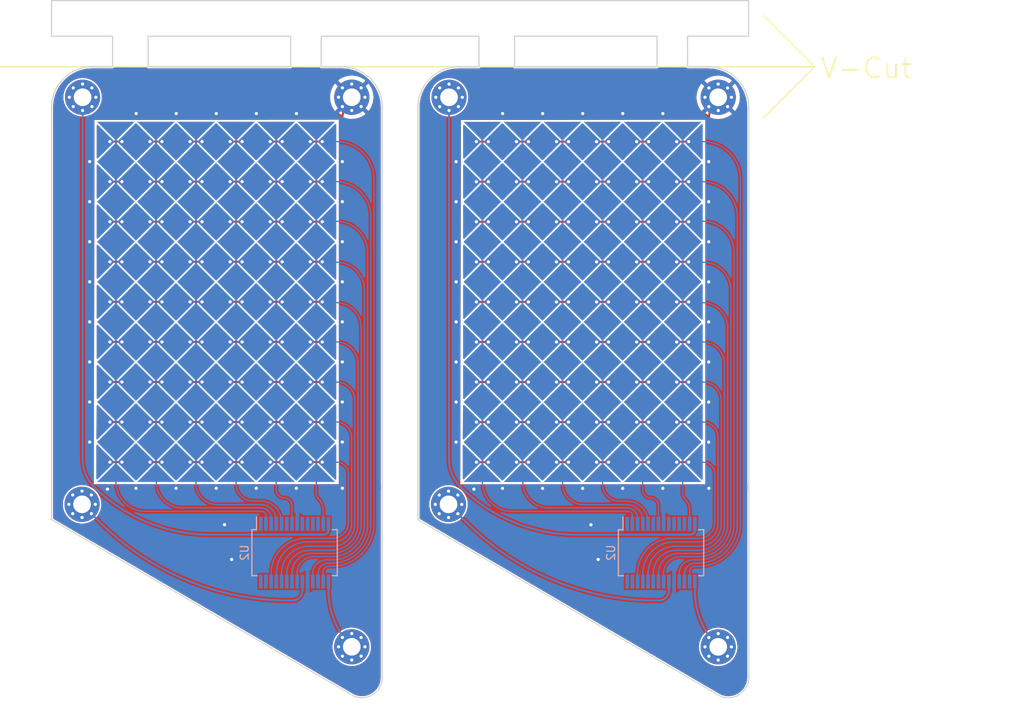
<source format=kicad_pcb>
(kicad_pcb (version 20211014) (generator pcbnew)
  (layers (0 "F.Cu" signal) (31 "B.Cu" signal) (34 "B.Paste" user) (35 "F.Paste" user) (36 "B.SilkS" user "B.Silkscreen") (37 "F.SilkS" user "F.Silkscreen") (38 "B.Mask" user) (39 "F.Mask" user) (44 "Edge.Cuts" user))
  (net 0 "")
  (net 1 "/X0")
  (net 2 "/X1")
  (net 3 "/X2")
  (net 4 "/X3")
  (net 5 "/X4")
  (net 6 "/X5")
  (net 7 "/Y3")
  (net 8 "/Y4")
  (net 9 "/Y5")
  (net 10 "/Y6")
  (net 11 "Net-(U2-Pad6)")
  (net 12 "/Y7")
  (net 13 "Net-(U2-Pad9)")
  (net 14 "Net-(U2-Pad10)")
  (net 15 "/Y8")
  (net 16 "/Y0")
  (net 17 "/Y1")
  (net 18 "/Y2")
  (net 19 "Net-(U2-Pad27)")
  (net 20 "Net-(U2-Pad28)")
  (net 21 "GND")
  (net 22 "VCC")
  (net 23 "/INT")
  (net 24 "/SDA")
  (net 25 "/SCL")
  (net 26 "/SYNC")
  (net 27 "/RESET")
  (footprint "Keyboard:diamond_top_edge" (layer "B.Cu") (at 113.447898 144.002898 180)
    (fp_text reference "P1" hide)
    (fp_text value "Diamond_Edge")
  )
  (footprint "Keyboard:diamond_top_edge" (layer "B.Cu") (at 118.447898 143.965398 180)
    (fp_text reference "P2" hide)
    (fp_text value "Diamond_Edge")
  )
  (footprint "Keyboard:diamond_top_edge" (layer "B.Cu") (at 123.447898 143.965398 180)
    (fp_text reference "P3" hide)
    (fp_text value "Diamond_Edge")
  )
  (footprint "Keyboard:diamond_top_edge" (layer "B.Cu") (at 128.447898 143.965398 180)
    (fp_text reference "P4" hide)
    (fp_text value "Diamond_Edge")
  )
  (footprint "Keyboard:diamond_top_edge" (layer "B.Cu") (at 133.447898 143.965398 180)
    (fp_text reference "P5" hide)
    (fp_text value "Diamond_Edge")
  )
  (footprint "Keyboard:diamond_top_edge" (layer "B.Cu") (at 138.447898 143.965398 180)
    (fp_text reference "P6" hide)
    (fp_text value "Diamond_Edge")
  )
  (footprint "Keyboard:diamond_top_5mm" (layer "B.Cu") (at 113.447898 106.452898 90)
    (fp_text reference "P7" hide)
    (fp_text value "Diamond")
  )
  (footprint "Keyboard:diamond_top_5mm" (layer "B.Cu") (at 118.447898 106.452898 90)
    (fp_text reference "P8" hide)
    (fp_text value "Diamond")
  )
  (footprint "Keyboard:diamond_top_5mm" (layer "B.Cu") (at 123.447898 106.452898 90)
    (fp_text reference "P9" hide)
    (fp_text value "Diamond")
  )
  (footprint "Keyboard:diamond_top_5mm" (layer "B.Cu") (at 128.447898 106.452898 90)
    (fp_text reference "P10" hide)
    (fp_text value "Diamond")
  )
  (footprint "Keyboard:diamond_top_5mm" (layer "B.Cu") (at 133.447898 106.452898 90)
    (fp_text reference "P11" hide)
    (fp_text value "Diamond")
  )
  (footprint "Keyboard:diamond_top_5mm" (layer "B.Cu") (at 138.447898 106.452898 90)
    (fp_text reference "P12" hide)
    (fp_text value "Diamond")
  )
  (footprint "Keyboard:diamond_top_edge" (layer "B.Cu") (at 113.447898 103.902898)
    (fp_text reference "P1" hide)
    (fp_text value "Diamond_Edge")
  )
  (footprint "Keyboard:diamond_top_edge" (layer "B.Cu") (at 118.447898 103.902898)
    (fp_text reference "P2" hide)
    (fp_text value "Diamond_Edge")
  )
  (footprint "Keyboard:diamond_top_edge" (layer "B.Cu") (at 123.447898 103.902898)
    (fp_text reference "P3" hide)
    (fp_text value "Diamond_Edge")
  )
  (footprint "Keyboard:diamond_top_edge" (layer "B.Cu") (at 128.447898 103.902898)
    (fp_text reference "P4" hide)
    (fp_text value "Diamond_Edge")
  )
  (footprint "Keyboard:diamond_top_edge" (layer "B.Cu") (at 133.447898 103.902898)
    (fp_text reference "P5" hide)
    (fp_text value "Diamond_Edge")
  )
  (footprint "Keyboard:diamond_top_edge" (layer "B.Cu") (at 138.447898 103.902898)
    (fp_text reference "P6" hide)
    (fp_text value "Diamond_Edge")
  )
  (footprint "MountingHole:MountingHole_2.2mm_M2_Pad_Via" (layer "B.Cu") (at 142.881898 167.000898 180)
    (fp_text reference "J4" hide)
    (fp_text value "Conn_01x01")
  )
  (footprint "Housings_SSOP:SSOP-28_5.3x10.2mm_Pitch0.65mm" (layer "B.Cu") (at 135.747898 155.252898 -90)
    (fp_text reference "U2")
    (fp_text value "MTCH6102_SSOP")
  )
  (footprint "Keyboard:diamond_top_5mm" (layer "B.Cu") (at 174.1785 131.46 90)
    (fp_text reference "P40" hide)
    (fp_text value "Diamond")
  )
  (footprint "Housings_SSOP:SSOP-28_5.3x10.2mm_Pitch0.65mm" (layer "B.Cu") (at 181.4785 155.26 -90)
    (fp_text reference "U2")
    (fp_text value "MTCH6102_SSOP")
  )
  (footprint "MountingHole:MountingHole_2.2mm_M2_Pad_Via" (layer "B.Cu") (at 188.6125 98.428 180)
    (fp_text reference "J5" hide)
    (fp_text value "Conn_01x01")
  )
  (footprint "Keyboard:diamond_top_5mm" (layer "B.Cu") (at 184.1785 111.46 90)
    (fp_text reference "P18" hide)
    (fp_text value "Diamond")
  )
  (footprint "Keyboard:diamond_top_5mm" (layer "B.Cu") (at 179.1785 141.46 90)
    (fp_text reference "P53" hide)
    (fp_text value "Diamond")
  )
  (footprint "Keyboard:diamond_top_5mm" (layer "B.Cu") (at 133.447898 111.452898 90)
    (fp_text reference "P17" hide)
    (fp_text value "Diamond")
  )
  (footprint "Keyboard:diamond_top_edge" (layer "B.Cu") (at 179.1785 103.91)
    (fp_text reference "P5" hide)
    (fp_text value "Diamond_Edge")
  )
  (footprint "Keyboard:diamond_top_5mm" (layer "B.Cu") (at 138.447898 131.452898 90)
    (fp_text reference "P42" hide)
    (fp_text value "Diamond")
  )
  (footprint "Keyboard:diamond_top_5mm" (layer "B.Cu") (at 184.1785 126.46 90)
    (fp_text reference "P36" hide)
    (fp_text value "Diamond")
  )
  (footprint "Keyboard:diamond_top_5mm" (layer "B.Cu") (at 113.447898 116.452898 90)
    (fp_text reference "P19" hide)
    (fp_text value "Diamond")
  )
  (footprint "Keyboard:diamond_top_5mm" (layer "B.Cu") (at 113.447898 141.452898 90)
    (fp_text reference "P49" hide)
    (fp_text value "Diamond")
  )
  (footprint "Keyboard:diamond_top_5mm" (layer "B.Cu") (at 128.447898 116.452898 90)
    (fp_text reference "P22" hide)
    (fp_text value "Diamond")
  )
  (footprint "Keyboard:diamond_top_edge" (layer "B.Cu") (at 169.1785 143.9725 180)
    (fp_text reference "P3" hide)
    (fp_text value "Diamond_Edge")
  )
  (footprint "Keyboard:diamond_top_5mm" (layer "B.Cu") (at 169.1785 116.46 90)
    (fp_text reference "P21" hide)
    (fp_text value "Diamond")
  )
  (footprint "Keyboard:diamond_top_5mm" (layer "B.Cu") (at 174.1785 116.46 90)
    (fp_text reference "P22" hide)
    (fp_text value "Diamond")
  )
  (footprint "Keyboard:diamond_top_edge" (layer "B.Cu") (at 164.1785 103.91)
    (fp_text reference "P2" hide)
    (fp_text value "Diamond_Edge")
  )
  (footprint "Keyboard:diamond_top_5mm" (layer "B.Cu") (at 169.1785 131.46 90)
    (fp_text reference "P39" hide)
    (fp_text value "Diamond")
  )
  (footprint "Keyboard:diamond_top_5mm" (layer "B.Cu") (at 164.1785 126.46 90)
    (fp_text reference "P32" hide)
    (fp_text value "Diamond")
  )
  (footprint "MountingHole:MountingHole_2.2mm_M2_Pad_Via" (layer "B.Cu") (at 188.6125 167.008 180)
    (fp_text reference "J4" hide)
    (fp_text value "Conn_01x01")
  )
  (footprint "Keyboard:diamond_top_5mm" (layer "B.Cu") (at 118.447898 141.452898 90)
    (fp_text reference "P50" hide)
    (fp_text value "Diamond")
  )
  (footprint "Keyboard:diamond_top_5mm" (layer "B.Cu") (at 123.447898 111.452898 90)
    (fp_text reference "P15" hide)
    (fp_text value "Diamond")
  )
  (footprint "Keyboard:diamond_top_5mm" (layer "B.Cu") (at 174.1785 136.46 90)
    (fp_text reference "P46" hide)
    (fp_text value "Diamond")
  )
  (footprint "Keyboard:diamond_top_5mm" (layer "B.Cu") (at 184.1785 121.46 90)
    (fp_text reference "P30" hide)
    (fp_text value "Diamond")
  )
  (footprint "Keyboard:diamond_top_5mm" (layer "B.Cu") (at 159.1785 106.46 90)
    (fp_text reference "P7" hide)
    (fp_text value "Diamond")
  )
  (footprint "Keyboard:diamond_top_5mm" (layer "B.Cu") (at 174.1785 106.46 90)
    (fp_text reference "P10" hide)
    (fp_text value "Diamond")
  )
  (footprint "Keyboard:diamond_top_5mm" (layer "B.Cu") (at 128.447898 126.452898 90)
    (fp_text reference "P34" hide)
    (fp_text value "Diamond")
  )
  (footprint "Keyboard:diamond_top_edge" (layer "B.Cu") (at 159.1785 144.01 180)
    (fp_text reference "P1" hide)
    (fp_text value "Diamond_Edge")
  )
  (footprint "Keyboard:diamond_top_5mm" (layer "B.Cu") (at 179.1785 116.46 90)
    (fp_text reference "P23" hide)
    (fp_text value "Diamond")
  )
  (footprint "Keyboard:diamond_top_5mm" (layer "B.Cu") (at 118.447898 136.452898 90)
    (fp_text reference "P44" hide)
    (fp_text value "Diamond")
  )
  (footprint "Keyboard:diamond_top_5mm" (layer "B.Cu") (at 169.1785 111.46 90)
    (fp_text reference "P15" hide)
    (fp_text value "Diamond")
  )
  (footprint "Keyboard:diamond_top_5mm" (layer "B.Cu") (at 179.1785 126.46 90)
    (fp_text reference "P35" hide)
    (fp_text value "Diamond")
  )
  (footprint "Keyboard:diamond_top_5mm" (layer "B.Cu") (at 169.1785 106.46 90)
    (fp_text reference "P9" hide)
    (fp_text value "Diamond")
  )
  (footprint "Keyboard:diamond_top_5mm" (layer "B.Cu") (at 159.1785 131.46 90)
    (fp_text reference "P37" hide)
    (fp_text value "Diamond")
  )
  (footprint "Keyboard:diamond_top_5mm" (layer "B.Cu") (at 118.447898 121.452898 90)
    (fp_text reference "P26" hide)
    (fp_text value "Diamond")
  )
  (footprint "Keyboard:diamond_top_edge" (layer "B.Cu") (at 179.1785 143.9725 180)
    (fp_text reference "P5" hide)
    (fp_text value "Diamond_Edge")
  )
  (footprint "Keyboard:diamond_top_edge" (layer "B.Cu") (at 184.1785 143.9725 180)
    (fp_text reference "P6" hide)
    (fp_text value "Diamond_Edge")
  )
  (footprint "Keyboard:diamond_top_5mm" (layer "B.Cu") (at 159.1785 116.46 90)
    (fp_text reference "P19" hide)
    (fp_text value "Diamond")
  )
  (footprint "MountingHole:MountingHole_2.2mm_M2_Pad_Via" (layer "B.Cu") (at 109.290398 98.420898 180)
    (fp_text reference "J3" hide)
    (fp_text value "Conn_01x01")
  )
  (footprint "Keyboard:diamond_top_5mm" (layer "B.Cu") (at 113.447898 121.452898 90)
    (fp_text reference "P25" hide)
    (fp_text value "Diamond")
  )
  (footprint "Keyboard:diamond_top_5mm" (layer "B.Cu") (at 133.447898 136.452898 90)
    (fp_text reference "P47" hide)
    (fp_text value "Diamond")
  )
  (footprint "Keyboard:diamond_top_5mm" (layer "B.Cu") (at 159.1785 141.46 90)
    (fp_text reference "P49" hide)
    (fp_text value "Diamond")
  )
  (footprint "Keyboard:diamond_top_5mm" (layer "B.Cu") (at 128.447898 131.452898 90)
    (fp_text reference "P40" hide)
    (fp_text value "Diamond")
  )
  (footprint "Keyboard:diamond_top_edge" (layer "B.Cu") (at 174.1785 143.9725 180)
    (fp_text reference "P4" hide)
    (fp_text value "Diamond_Edge")
  )
  (footprint "Keyboard:diamond_top_5mm" (layer "B.Cu") (at 159.1785 126.46 90)
    (fp_text reference "P31" hide)
    (fp_text value "Diamond")
  )
  (footprint "Keyboard:diamond_top_5mm" (layer "B.Cu") (at 164.1785 116.46 90)
    (fp_text reference "P20" hide)
    (fp_text value "Diamond")
  )
  (footprint "Keyboard:diamond_top_5mm" (layer "B.Cu") (at 138.447898 121.452898 90)
    (fp_text reference "P30" hide)
    (fp_text value "Diamond")
  )
  (footprint "Keyboard:diamond_top_5mm" (layer "B.Cu") (at 138.447898 111.452898 90)
    (fp_text reference "P18" hide)
    (fp_text value "Diamond")
  )
  (footprint "Keyboard:diamond_top_5mm" (layer "B.Cu") (at 133.447898 116.452898 90)
    (fp_text reference "P23" hide)
    (fp_text value "Diamond")
  )
  (footprint "Keyboard:diamond_top_5mm" (layer "B.Cu") (at 118.447898 126.452898 90)
    (fp_text reference "P32" hide)
    (fp_text value "Diamond")
  )
  (footprint "Keyboard:diamond_top_5mm" (layer "B.Cu") (at 179.1785 131.46 90)
    (fp_text reference "P41" hide)
    (fp_text value "Diamond")
  )
  (footprint "Keyboard:diamond_top_5mm" (layer "B.Cu") (at 159.1785 136.46 90)
    (fp_text reference "P43" hide)
    (fp_text value "Diamond")
  )
  (footprint "Keyboard:diamond_top_5mm" (layer "B.Cu") (at 138.447898 141.452898 90)
    (fp_text reference "P54" hide)
    (fp_text value "Diamond")
  )
  (footprint "Keyboard:diamond_top_5mm" (layer "B.Cu") (at 184.1785 131.46 90)
    (fp_text reference "P42" hide)
    (fp_text value "Diamond")
  )
  (footprint "Keyboard:diamond_top_5mm" (layer "B.Cu") (at 133.447898 141.452898 90)
    (fp_text reference "P53" hide)
    (fp_text value "Diamond")
  )
  (footprint "Keyboard:diamond_top_5mm" (layer "B.Cu") (at 159.1785 111.46 90)
    (fp_text reference "P13" hide)
    (fp_text value "Diamond")
  )
  (footprint "Keyboard:diamond_top_5mm" (layer "B.Cu") (at 179.1785 136.46 90)
    (fp_text reference "P47" hide)
    (fp_text value "Diamond")
  )
  (footprint "Keyboard:diamond_top_5mm" (layer "B.Cu") (at 184.1785 136.46 90)
    (fp_text reference "P48" hide)
    (fp_text value "Diamond")
  )
  (footprint "Keyboard:diamond_top_5mm" (layer "B.Cu") (at 123.447898 126.452898 90)
    (fp_text reference "P33" hide)
    (fp_text value "Diamond")
  )
  (footprint "Keyboard:diamond_top_5mm" (layer "B.Cu") (at 174.1785 141.46 90)
    (fp_text reference "P52" hide)
    (fp_text value "Diamond")
  )
  (footprint "Keyboard:diamond_top_5mm" (layer "B.Cu") (at 184.1785 116.46 90)
    (fp_text reference "P24" hide)
    (fp_text value "Diamond")
  )
  (footprint "Keyboard:diamond_top_edge" (layer "B.Cu") (at 174.1785 103.91)
    (fp_text reference "P4" hide)
    (fp_text value "Diamond_Edge")
  )
  (footprint "Keyboard:diamond_top_5mm" (layer "B.Cu") (at 118.447898 116.452898 90)
    (fp_text reference "P20" hide)
    (fp_text value "Diamond")
  )
  (footprint "Keyboard:diamond_top_5mm" (layer "B.Cu") (at 169.1785 141.46 90)
    (fp_text reference "P51" hide)
    (fp_text value "Diamond")
  )
  (footprint "Keyboard:diamond_top_5mm" (layer "B.Cu") (at 123.447898 121.452898 90)
    (fp_text reference "P27" hide)
    (fp_text value "Diamond")
  )
  (footprint "Keyboard:diamond_top_5mm" (layer "B.Cu") (at 169.1785 126.46 90)
    (fp_text reference "P33" hide)
    (fp_text value "Diamond")
  )
  (footprint "Keyboard:diamond_top_5mm" (layer "B.Cu") (at 123.447898 141.452898 90)
    (fp_text reference "P51" hide)
    (fp_text value "Diamond")
  )
  (footprint "Keyboard:diamond_top_5mm" (layer "B.Cu") (at 113.447898 126.452898 90)
    (fp_text reference "P31" hide)
    (fp_text value "Diamond")
  )
  (footprint "Keyboard:diamond_top_5mm" (layer "B.Cu") (at 138.447898 136.452898 90)
    (fp_text reference "P48" hide)
    (fp_text value "Diamond")
  )
  (footprint "Keyboard:diamond_top_5mm" (layer "B.Cu") (at 164.1785 141.46 90)
    (fp_text reference "P50" hide)
    (fp_text value "Diamond")
  )
  (footprint "Keyboard:diamond_top_5mm" (layer "B.Cu") (at 184.1785 106.46 90)
    (fp_text reference "P12" hide)
    (fp_text value "Diamond")
  )
  (footprint "Keyboard:diamond_top_5mm" (layer "B.Cu") (at 179.1785 106.46 90)
    (fp_text reference "P11" hide)
    (fp_text value "Diamond")
  )
  (footprint "Keyboard:diamond_top_5mm" (layer "B.Cu") (at 184.1785 141.46 90)
    (fp_text reference "P54" hide)
    (fp_text value "Diamond")
  )
  (footprint "MountingHole:MountingHole_2.2mm_M2_Pad_Via" (layer "B.Cu") (at 154.9575 149.228 180)
    (fp_text reference "J4" hide)
    (fp_text value "Conn_01x01")
  )
  (footprint "Keyboard:diamond_top_5mm" (layer "B.Cu") (at 179.1785 111.46 90)
    (fp_text reference "P17" hide)
    (fp_text value "Diamond")
  )
  (footprint "Keyboard:diamond_top_5mm" (layer "B.Cu") (at 113.447898 111.452898 90)
    (fp_text reference "P13" hide)
    (fp_text value "Diamond")
  )
  (footprint "Keyboard:diamond_top_5mm" (layer "B.Cu") (at 113.447898 136.452898 90)
    (fp_text reference "P43" hide)
    (fp_text value "Diamond")
  )
  (footprint "Keyboard:diamond_top_edge" (layer "B.Cu") (at 184.1785 103.91)
    (fp_text reference "P6" hide)
    (fp_text value "Diamond_Edge")
  )
  (footprint "Keyboard:diamond_top_5mm" (layer "B.Cu") (at 169.1785 121.46 90)
    (fp_text reference "P27" hide)
    (fp_text value "Diamond")
  )
  (footprint "Keyboard:diamond_top_5mm" (layer "B.Cu") (at 123.447898 136.452898 90)
    (fp_text reference "P45" hide)
    (fp_text value "Diamond")
  )
  (footprint "Keyboard:diamond_top_5mm" (layer "B.Cu") (at 118.447898 131.452898 90)
    (fp_text reference "P38" hide)
    (fp_text value "Diamond")
  )
  (footprint "Keyboard:diamond_top_5mm" (layer "B.Cu") (at 164.1785 136.46 90)
    (fp_text reference "P44" hide)
    (fp_text value "Diamond")
  )
  (footprint "Keyboard:diamond_top_5mm" (layer "B.Cu") (at 128.447898 121.452898 90)
    (fp_text reference "P28" hide)
    (fp_text value "Diamond")
  )
  (footprint "Keyboard:diamond_top_5mm" (layer "B.Cu") (at 174.1785 121.46 90)
    (fp_text reference "P28" hide)
    (fp_text value "Diamond")
  )
  (footprint "Keyboard:diamond_top_5mm" (layer "B.Cu") (at 169.1785 136.46 90)
    (fp_text reference "P45" hide)
    (fp_text value "Diamond")
  )
  (footprint "Keyboard:diamond_top_5mm" (layer "B.Cu") (at 123.447898 131.452898 90)
    (fp_text reference "P39" hide)
    (fp_text value "Diamond")
  )
  (footprint "Keyboard:diamond_top_edge" (layer "B.Cu") (at 159.1785 103.91)
    (fp_text reference "P1" hide)
    (fp_text value "Diamond_Edge")
  )
  (footprint "Keyboard:diamond_top_5mm" (layer "B.Cu") (at 128.447898 111.452898 90)
    (fp_text reference "P16" hide)
    (fp_text value "Diamond")
  )
  (footprint "Keyboard:diamond_top_5mm" (layer "B.Cu") (at 133.447898 126.452898 90)
    (fp_text reference "P35" hide)
    (fp_text value "Diamond")
  )
  (footprint "Keyboard:diamond_top_edge" (layer "B.Cu") (at 164.1785 143.9725 180)
    (fp_text reference "P2" hide)
    (fp_text value "Diamond_Edge")
  )
  (footprint "Keyboard:diamond_top_5mm" (layer "B.Cu") (at 164.1785 131.46 90)
    (fp_text reference "P38" hide)
    (fp_text value "Diamond")
  )
  (footprint "Keyboard:diamond_top_edge" (layer "B.Cu") (at 169.1785 103.91)
    (fp_text reference "P3" hide)
    (fp_text value "Diamond_Edge")
  )
  (footprint "Keyboard:diamond_top_5mm" (layer "B.Cu") (at 159.1785 121.46 90)
    (fp_text reference "P25" hide)
    (fp_text value "Diamond")
  )
  (footprint "Keyboard:diamond_top_5mm" (layer "B.Cu") (at 128.447898 136.452898 90)
    (fp_text reference "P46" hide)
    (fp_text value "Diamond")
  )
  (footprint "Keyboard:diamond_top_5mm" (layer "B.Cu") (at 118.447898 111.452898 90)
    (fp_text reference "P14" hide)
    (fp_text value "Diamond")
  )
  (footprint "Keyboard:diamond_top_5mm" (layer "B.Cu") (at 164.1785 111.46 90)
    (fp_text reference "P14" hide)
    (fp_text value "Diamond")
  )
  (footprint "Keyboard:diamond_top_5mm" (layer "B.Cu") (at 174.1785 111.46 90)
    (fp_text reference "P16" hide)
    (fp_text value "Diamond")
  )
  (footprint "Keyboard:diamond_top_5mm" (layer "B.Cu") (at 179.1785 121.46 90)
    (fp_text reference "P29" hide)
    (fp_text value "Diamond")
  )
  (footprint "Keyboard:diamond_top_5mm" (layer "B.Cu") (at 128.447898 141.452898 90)
    (fp_text reference "P52" hide)
    (fp_text value "Diamond")
  )
  (footprint "Keyboard:diamond_top_5mm" (layer "B.Cu") (at 138.447898 126.452898 90)
    (fp_text reference "P36" hide)
    (fp_text value "Diamond")
  )
  (footprint "MountingHole:MountingHole_2.2mm_M2_Pad_Via" (layer "B.Cu") (at 155.021 98.428 180)
    (fp_text reference "J3" hide)
    (fp_text value "Conn_01x01")
  )
  (footprint "Keyboard:diamond_top_5mm" (layer "B.Cu") (at 123.447898 116.452898 90)
    (fp_text reference "P21" hide)
    (fp_text value "Diamond")
  )
  (footprint "MountingHole:MountingHole_2.2mm_M2_Pad_Via" (layer "B.Cu") (at 109.226898 149.220898 180)
    (fp_text reference "J4" hide)
    (fp_text value "Conn_01x01")
  )
  (footprint "Keyboard:diamond_top_5mm" (layer "B.Cu") (at 113.447898 131.452898 90)
    (fp_text reference "P37" hide)
    (fp_text value "Diamond")
  )
  (footprint "Keyboard:diamond_top_5mm" (layer "B.Cu") (at 133.447898 121.452898 90)
    (fp_text reference "P29" hide)
    (fp_text value "Diamond")
  )
  (footprint "Keyboard:diamond_top_5mm" (layer "B.Cu") (at 164.1785 106.46 90)
    (fp_text reference "P8" hide)
    (fp_text value "Diamond")
  )
  (footprint "Keyboard:diamond_top_5mm" (layer "B.Cu") (at 164.1785 121.46 90)
    (fp_text reference "P26" hide)
    (fp_text value "Diamond")
  )
  (footprint "Keyboard:diamond_top_5mm" (layer "B.Cu") (at 138.447898 116.452898 90)
    (fp_text reference "P24" hide)
    (fp_text value "Diamond")
  )
  (footprint "Keyboard:diamond_top_5mm" (layer "B.Cu") (at 174.1785 126.46 90)
    (fp_text reference "P34" hide)
    (fp_text value "Diamond")
  )
  (footprint "MountingHole:MountingHole_2.2mm_M2_Pad_Via" (layer "B.Cu") (at 142.881898 98.420898 180)
    (fp_text reference "J5" hide)
    (fp_text value "Conn_01x01")
  )
  (footprint "Keyboard:diamond_top_5mm" (layer "B.Cu") (at 133.447898 131.452898 90)
    (fp_text reference "P41" hide)
    (fp_text value "Diamond")
  )
  (gr_line (start 200.66 94.615) (end 194.31 88.265) (layer "F.SilkS") (width 0.15))
  (gr_line (start 200.66 94.615) (end 194.31 100.965) (layer "F.SilkS") (width 0.15))
  (gr_line (start 99.06 94.615) (end 200.66 94.615) (layer "F.SilkS") (width 0.15))
  (gr_arc (start 105.416898 99.690898) (mid 106.901786 96.101865) (end 110.49 94.615) (layer "Edge.Cuts") (width 0.15))
  (gr_line (start 192.405 90.805) (end 192.405 86.36) (layer "Edge.Cuts") (width 0.15))
  (gr_arc (start 146.691898 170.810898) (mid 145.487255 172.971551) (end 143.015975 173.082743) (layer "Edge.Cuts") (width 0.15))
  (gr_line (start 180.975 94.615) (end 180.975 90.805) (layer "Edge.Cuts") (width 0.15))
  (gr_line (start 192.4225 99.698) (end 192.4225 170.818) (layer "Edge.Cuts") (width 0.15))
  (gr_arc (start 141.611898 94.610898) (mid 145.204 96.098796) (end 146.691898 99.690898) (layer "Edge.Cuts") (width 0.15))
  (gr_line (start 113.03 94.615) (end 113.03 90.805) (layer "Edge.Cuts") (width 0.15))
  (gr_line (start 117.475 90.805) (end 135.255 90.805) (layer "Edge.Cuts") (width 0.15))
  (gr_line (start 163.195 90.805) (end 180.975 90.805) (layer "Edge.Cuts") (width 0.15))
  (gr_arc (start 151.1475 99.698) (mid 152.632388 96.108966) (end 156.220602 94.622102) (layer "Edge.Cuts") (width 0.15))
  (gr_line (start 139.065 90.805) (end 158.75 90.805) (layer "Edge.Cuts") (width 0.15))
  (gr_line (start 146.691898 99.690898) (end 146.691898 170.810898) (layer "Edge.Cuts") (width 0.15))
  (gr_line (start 105.41 90.805) (end 113.03 90.805) (layer "Edge.Cuts") (width 0.15))
  (gr_line (start 151.1475 99.698) (end 151.1475 151.133) (layer "Edge.Cuts") (width 0.15))
  (gr_line (start 156.220602 94.622102) (end 158.760602 94.622102) (layer "Edge.Cuts") (width 0.15))
  (gr_line (start 143.015975 173.082743) (end 105.416898 151.125898) (layer "Edge.Cuts") (width 0.15))
  (gr_arc (start 187.3425 94.618) (mid 190.934604 96.105897) (end 192.4225 99.698) (layer "Edge.Cuts") (width 0.15))
  (gr_arc (start 192.4225 170.818) (mid 191.217857 172.978654) (end 188.746577 173.089845) (layer "Edge.Cuts") (width 0.15))
  (gr_line (start 163.205602 94.622102) (end 180.985602 94.622102) (layer "Edge.Cuts") (width 0.15))
  (gr_line (start 188.746577 173.089845) (end 151.1475 151.133) (layer "Edge.Cuts") (width 0.15))
  (gr_line (start 135.255 94.615) (end 135.255 90.805) (layer "Edge.Cuts") (width 0.15))
  (gr_line (start 163.195 94.615) (end 163.195 90.805) (layer "Edge.Cuts") (width 0.15))
  (gr_line (start 139.071898 94.610898) (end 139.065 90.805) (layer "Edge.Cuts") (width 0.15))
  (gr_line (start 117.475 94.615) (end 117.475 90.805) (layer "Edge.Cuts") (width 0.15))
  (gr_line (start 184.8025 94.618) (end 187.3425 94.618) (layer "Edge.Cuts") (width 0.15))
  (gr_line (start 192.405 86.36) (end 105.41 86.36) (layer "Edge.Cuts") (width 0.15))
  (gr_line (start 184.785 90.805) (end 192.405 90.805) (layer "Edge.Cuts") (width 0.15))
  (gr_line (start 110.49 94.615) (end 113.03 94.615) (layer "Edge.Cuts") (width 0.15))
  (gr_line (start 184.791898 94.610898) (end 184.785 90.805) (layer "Edge.Cuts") (width 0.15))
  (gr_line (start 158.75 94.615) (end 158.75 90.805) (layer "Edge.Cuts") (width 0.15))
  (gr_line (start 105.41 86.36) (end 105.41 90.805) (layer "Edge.Cuts") (width 0.15))
  (gr_line (start 139.071898 94.610898) (end 141.611898 94.610898) (layer "Edge.Cuts") (width 0.15))
  (gr_line (start 105.416898 99.690898) (end 105.416898 151.125898) (layer "Edge.Cuts") (width 0.15))
  (gr_line (start 117.475 94.615) (end 135.255 94.615) (layer "Edge.Cuts") (width 0.15))
  (gr_text "V-Cut" (at 207.1 94.8) (layer "F.SilkS") (effects (font (size 2.5 2.5) (thickness 0.2))))
  (segment (start 184.1785 141.46) (end 184.1785 136.46) (width 0.25) (layer "B.Cu") (net 1))
  (segment (start 138.447898 121.452898) (end 138.447898 116.452898) (width 0.25) (layer "B.Cu") (net 1))
  (segment (start 139.322898 151.652898) (end 139.322898 149.94107) (width 0.153) (layer "B.Cu") (net 1))
  (segment (start 184.1785 145.32802) (end 184.1785 145.26) (width 0.25) (layer "B.Cu") (net 1))
  (segment (start 138.447898 126.452898) (end 138.447898 121.452898) (width 0.25) (layer "B.Cu") (net 1))
  (segment (start 184.1785 111.46) (end 184.1785 106.46) (width 0.25) (layer "B.Cu") (net 1))
  (segment (start 184.1785 126.46) (end 184.1785 121.46) (width 0.25) (layer "B.Cu") (net 1))
  (segment (start 138.447898 145.320918) (end 138.447898 145.252898) (width 0.25) (layer "B.Cu") (net 1))
  (segment (start 184.1785 102.66) (end 184.1785 106.46) (width 0.25) (layer "B.Cu") (net 1))
  (segment (start 184.1785 111.46) (end 184.1785 116.46) (width 0.25) (layer "B.Cu") (net 1))
  (segment (start 138.447898 141.452898) (end 138.447898 136.452898) (width 0.25) (layer "B.Cu") (net 1))
  (segment (start 184.1785 121.46) (end 184.1785 116.46) (width 0.25) (layer "B.Cu") (net 1))
  (segment (start 138.447898 136.452898) (end 138.447898 131.452898) (width 0.25) (layer "B.Cu") (net 1))
  (segment (start 138.447898 111.452898) (end 138.447898 116.452898) (width 0.25) (layer "B.Cu") (net 1))
  (segment (start 184.1785 145.26) (end 184.1785 141.46) (width 0.25) (layer "B.Cu") (net 1))
  (segment (start 184.1785 147.835736) (end 184.1785 145.26) (width 0.153) (layer "B.Cu") (net 1))
  (segment (start 138.447898 147.828634) (end 138.447898 145.252898) (width 0.153) (layer "B.Cu") (net 1))
  (segment (start 138.447898 111.452898) (end 138.447898 106.452898) (width 0.25) (layer "B.Cu") (net 1))
  (segment (start 184.1785 131.46) (end 184.1785 126.46) (width 0.25) (layer "B.Cu") (net 1))
  (segment (start 138.447898 131.452898) (end 138.447898 126.452898) (width 0.25) (layer "B.Cu") (net 1))
  (segment (start 185.0535 151.66) (end 185.0535 149.948172) (width 0.153) (layer "B.Cu") (net 1))
  (segment (start 184.1785 136.46) (end 184.1785 131.46) (width 0.25) (layer "B.Cu") (net 1))
  (segment (start 138.447898 102.652898) (end 138.447898 106.452898) (width 0.25) (layer "B.Cu") (net 1))
  (segment (start 138.447898 145.252898) (end 138.447898 141.452898) (width 0.25) (layer "B.Cu") (net 1))
  (arc (start 139.322898 149.94107) (mid 139.17346 149.189797) (end 138.747898 148.552898) (width 0.153) (layer "B.Cu") (net 1))
  (arc (start 138.747898 148.552898) (mid 138.525865 148.220603) (end 138.447898 147.828634) (width 0.153) (layer "B.Cu") (net 1))
  (arc (start 185.0535 149.948172) (mid 184.904062 149.196899) (end 184.4785 148.56) (width 0.153) (layer "B.Cu") (net 1))
  (arc (start 184.4785 148.56) (mid 184.256467 148.227705) (end 184.1785 147.835736) (width 0.153) (layer "B.Cu") (net 1))
  (segment (start 181.1535 151.66) (end 181.1535 149.385006) (width 0.153) (layer "B.Cu") (net 2))
  (segment (start 179.1785 141.46) (end 179.1785 136.46) (width 0.25) (layer "B.Cu") (net 2))
  (segment (start 133.447898 147.402896) (end 133.447898 145.252898) (width 0.153) (layer "B.Cu") (net 2))
  (segment (start 179.1785 145.26) (end 179.1785 141.46) (width 0.25) (layer "B.Cu") (net 2))
  (segment (start 179.1785 121.46) (end 179.1785 126.46) (width 0.25) (layer "B.Cu") (net 2))
  (segment (start 133.447898 126.452898) (end 133.447898 131.452898) (width 0.25) (layer "B.Cu") (net 2))
  (segment (start 179.1785 116.46) (end 179.1785 111.46) (width 0.25) (layer "B.Cu") (net 2))
  (segment (start 133.447898 136.452898) (end 133.447898 131.452898) (width 0.25) (layer "B.Cu") (net 2))
  (segment (start 179.1785 126.46) (end 179.1785 131.46) (width 0.25) (layer "B.Cu") (net 2))
  (segment (start 133.447898 116.452898) (end 133.447898 121.452898) (width 0.25) (layer "B.Cu") (net 2))
  (segment (start 133.447898 121.452898) (end 133.447898 126.452898) (width 0.25) (layer "B.Cu") (net 2))
  (segment (start 133.447898 116.452898) (end 133.447898 111.452898) (width 0.25) (layer "B.Cu") (net 2))
  (segment (start 179.1785 106.46) (end 179.1785 111.46) (width 0.25) (layer "B.Cu") (net 2))
  (segment (start 135.422898 151.652898) (end 135.422898 149.377904) (width 0.153) (layer "B.Cu") (net 2))
  (segment (start 133.447898 145.252898) (end 133.447898 141.452898) (width 0.25) (layer "B.Cu") (net 2))
  (segment (start 179.1785 147.409998) (end 179.1785 145.26) (width 0.153) (layer "B.Cu") (net 2))
  (segment (start 133.447898 106.452898) (end 133.447898 102.652898) (width 0.25) (layer "B.Cu") (net 2))
  (segment (start 133.447898 141.452898) (end 133.447898 136.452898) (width 0.25) (layer "B.Cu") (net 2))
  (segment (start 179.1785 136.46) (end 179.1785 131.46) (width 0.25) (layer "B.Cu") (net 2))
  (segment (start 179.1785 106.46) (end 179.1785 102.66) (width 0.25) (layer "B.Cu") (net 2))
  (segment (start 179.1785 116.46) (end 179.1785 121.46) (width 0.25) (layer "B.Cu") (net 2))
  (segment (start 133.447898 106.452898) (end 133.447898 111.452898) (width 0.25) (layer "B.Cu") (net 2))
  (arc (start 181.1535 149.385006) (mid 180.867927 148.695573) (end 180.1785 148.41) (width 0.153) (layer "B.Cu") (net 2))
  (arc (start 134.447898 148.402898) (mid 133.740792 148.110004) (end 133.447898 147.402896) (width 0.153) (layer "B.Cu") (net 2))
  (arc (start 133.497898 145.302898) (mid 133.483253 145.267543) (end 133.447898 145.252898) (width 0.153) (layer "B.Cu") (net 2))
  (arc (start 135.422898 149.377904) (mid 135.137325 148.688471) (end 134.447898 148.402898) (width 0.153) (layer "B.Cu") (net 2))
  (arc (start 179.2285 145.31) (mid 179.213855 145.274645) (end 179.1785 145.26) (width 0.153) (layer "B.Cu") (net 2))
  (arc (start 180.1785 148.41) (mid 179.471394 148.117106) (end 179.1785 147.409998) (width 0.153) (layer "B.Cu") (net 2))
  (segment (start 128.447898 102.652898) (end 128.447898 106.452898) (width 0.25) (layer "B.Cu") (net 3))
  (segment (start 128.447898 121.452898) (end 128.447898 126.452898) (width 0.25) (layer "B.Cu") (net 3))
  (segment (start 128.447898 106.452898) (end 128.447898 111.452898) (width 0.25) (layer "B.Cu") (net 3))
  (segment (start 128.447898 131.452898) (end 128.447898 136.452898) (width 0.25) (layer "B.Cu") (net 3))
  (segment (start 174.1785 102.66) (end 174.1785 106.46) (width 0.25) (layer "B.Cu") (net 3))
  (segment (start 174.1785 126.46) (end 174.1785 131.46) (width 0.25) (layer "B.Cu") (net 3))
  (segment (start 177.2285 148.81) (end 176.2785 148.81) (width 0.153) (layer "B.Cu") (net 3))
  (segment (start 128.447898 146.702898) (end 128.447898 145.252898) (width 0.153) (layer "B.Cu") (net 3))
  (segment (start 174.1785 106.46) (end 174.1785 111.46) (width 0.25) (layer "B.Cu") (net 3))
  (segment (start 128.447898 116.452898) (end 128.447898 121.452898) (width 0.25) (layer "B.Cu") (net 3))
  (segment (start 128.447898 126.452898) (end 128.447898 131.452898) (width 0.25) (layer "B.Cu") (net 3))
  (segment (start 128.447898 145.252898) (end 128.447898 141.452898) (width 0.25) (layer "B.Cu") (net 3))
  (segment (start 128.447898 136.452898) (end 128.447898 141.452898) (width 0.25) (layer "B.Cu") (net 3))
  (segment (start 174.1785 131.46) (end 174.1785 136.46) (width 0.25) (layer "B.Cu") (net 3))
  (segment (start 174.1785 136.46) (end 174.1785 141.46) (width 0.25) (layer "B.Cu") (net 3))
  (segment (start 174.1785 145.26) (end 174.1785 141.46) (width 0.25) (layer "B.Cu") (net 3))
  (segment (start 131.497898 148.802898) (end 130.547898 148.802898) (width 0.153) (layer "B.Cu") (net 3))
  (segment (start 174.1785 146.71) (end 174.1785 145.26) (width 0.153) (layer "B.Cu") (net 3))
  (segment (start 134.122898 151.652898) (end 134.122898 151.427898) (width 0.153) (layer "B.Cu") (net 3))
  (segment (start 128.447898 111.452898) (end 128.447898 116.452898) (width 0.25) (layer "B.Cu") (net 3))
  (segment (start 174.1785 116.46) (end 174.1785 121.46) (width 0.25) (layer "B.Cu") (net 3))
  (segment (start 179.8535 151.66) (end 179.8535 151.435) (width 0.153) (layer "B.Cu") (net 3))
  (segment (start 174.1785 111.46) (end 174.1785 116.46) (width 0.25) (layer "B.Cu") (net 3))
  (segment (start 174.1785 121.46) (end 174.1785 126.46) (width 0.25) (layer "B.Cu") (net 3))
  (arc (start 174.2285 145.31) (mid 174.213855 145.274645) (end 174.1785 145.26) (width 0.25) (layer "B.Cu") (net 3))
  (arc (start 130.547898 148.802898) (mid 129.062974 148.187822) (end 128.447898 146.702898) (width 0.153) (layer "B.Cu") (net 3))
  (arc (start 128.497898 145.302898) (mid 128.483253 145.267543) (end 128.447898 145.252898) (width 0.25) (layer "B.Cu") (net 3))
  (arc (start 179.8535 151.435) (mid 179.084655 149.578845) (end 177.2285 148.81) (width 0.153) (layer "B.Cu") (net 3))
  (arc (start 176.2785 148.81) (mid 174.793576 148.194924) (end 174.1785 146.71) (width 0.153) (layer "B.Cu") (net 3))
  (arc (start 134.122898 151.427898) (mid 133.354053 149.571743) (end 131.497898 148.802898) (width 0.153) (layer "B.Cu") (net 3))
  (segment (start 123.447898 111.452898) (end 123.447898 106.452898) (width 0.25) (layer "B.Cu") (net 4))
  (segment (start 169.1785 146.66) (end 169.1785 145.26) (width 0.153) (layer "B.Cu") (net 4))
  (segment (start 169.1785 136.46) (end 169.1785 131.46) (width 0.25) (layer "B.Cu") (net 4))
  (segment (start 123.447898 116.452898) (end 123.447898 111.452898) (width 0.25) (layer "B.Cu") (net 4))
  (segment (start 169.1785 141.46) (end 169.1785 136.46) (width 0.25) (layer "B.Cu") (net 4))
  (segment (start 123.447898 131.452898) (end 123.447898 126.452898) (width 0.25) (layer "B.Cu") (net 4))
  (segment (start 123.447898 126.452898) (end 123.447898 121.452898) (width 0.25) (layer "B.Cu") (net 4))
  (segment (start 133.472898 151.652898) (end 133.472898 151.227898) (width 0.153) (layer "B.Cu") (net 4))
  (segment (start 169.1785 126.46) (end 169.1785 121.46) (width 0.25) (layer "B.Cu") (net 4))
  (segment (start 169.1785 131.46) (end 169.1785 126.46) (width 0.25) (layer "B.Cu") (net 4))
  (segment (start 169.1785 121.46) (end 169.1785 116.46) (width 0.25) (layer "B.Cu") (net 4))
  (segment (start 123.447898 141.452898) (end 123.447898 136.452898) (width 0.25) (layer "B.Cu") (net 4))
  (segment (start 169.1785 111.46) (end 169.1785 106.46) (width 0.25) (layer "B.Cu") (net 4))
  (segment (start 123.447898 145.252898) (end 123.447898 141.452898) (width 0.25) (layer "B.Cu") (net 4))
  (segment (start 123.447898 106.452898) (end 123.447898 102.652898) (width 0.25) (layer "B.Cu") (net 4))
  (segment (start 131.497898 149.252898) (end 126.047898 149.252898) (width 0.153) (layer "B.Cu") (net 4))
  (segment (start 169.1785 106.46) (end 169.1785 102.66) (width 0.25) (layer "B.Cu") (net 4))
  (segment (start 177.2285 149.26) (end 171.7785 149.26) (width 0.153) (layer "B.Cu") (net 4))
  (segment (start 169.1785 116.46) (end 169.1785 111.46) (width 0.25) (layer "B.Cu") (net 4))
  (segment (start 123.447898 121.452898) (end 123.447898 116.452898) (width 0.25) (layer "B.Cu") (net 4))
  (segment (start 179.2035 151.66) (end 179.2035 151.235) (width 0.153) (layer "B.Cu") (net 4))
  (segment (start 169.1785 145.26) (end 169.1785 141.46) (width 0.25) (layer "B.Cu") (net 4))
  (segment (start 123.447898 136.452898) (end 123.447898 131.452898) (width 0.25) (layer "B.Cu") (net 4))
  (segment (start 123.447898 146.652898) (end 123.447898 145.252898) (width 0.153) (layer "B.Cu") (net 4))
  (arc (start 133.472898 151.227898) (mid 132.894434 149.831362) (end 131.497898 149.252898) (width 0.153) (layer "B.Cu") (net 4))
  (arc (start 179.2035 151.235) (mid 178.625036 149.838464) (end 177.2285 149.26) (width 0.153) (layer "B.Cu") (net 4))
  (arc (start 126.047898 149.252898) (mid 124.20942 148.491376) (end 123.447898 146.652898) (width 0.153) (layer "B.Cu") (net 4))
  (arc (start 171.7785 149.26) (mid 169.940022 148.498478) (end 169.1785 146.66) (width 0.153) (layer "B.Cu") (net 4))
  (segment (start 164.1785 116.46) (end 164.1785 121.46) (width 0.25) (layer "B.Cu") (net 5))
  (segment (start 118.447898 111.452898) (end 118.447898 116.452898) (width 0.25) (layer "B.Cu") (net 5))
  (segment (start 178.5535 151.66) (end 178.5535 150.985) (width 0.153) (layer "B.Cu") (net 5))
  (segment (start 118.447898 106.452898) (end 118.447898 111.452898) (width 0.25) (layer "B.Cu") (net 5))
  (segment (start 164.1785 136.46) (end 164.1785 141.46) (width 0.25) (layer "B.Cu") (net 5))
  (segment (start 164.1785 106.46) (end 164.1785 111.46) (width 0.25) (layer "B.Cu") (net 5))
  (segment (start 118.497898 146.452898) (end 118.497898 145.302898) (width 0.153) (layer "B.Cu") (net 5))
  (segment (start 177.2285 149.66) (end 167.4285 149.66) (width 0.153) (layer "B.Cu") (net 5))
  (segment (start 131.497898 149.652898) (end 121.697898 149.652898) (width 0.153) (layer "B.Cu") (net 5))
  (segment (start 164.1785 121.46) (end 164.1785 126.46) (width 0.25) (layer "B.Cu") (net 5))
  (segment (start 118.447898 121.452898) (end 118.447898 126.452898) (width 0.25) (layer "B.Cu") (net 5))
  (segment (start 118.447898 141.452898) (end 118.447898 145.252898) (width 0.25) (layer "B.Cu") (net 5))
  (segment (start 164.1785 111.46) (end 164.1785 116.46) (width 0.25) (layer "B.Cu") (net 5))
  (segment (start 118.447898 136.452898) (end 118.447898 141.452898) (width 0.25) (layer "B.Cu") (net 5))
  (segment (start 164.1785 131.46) (end 164.1785 136.46) (width 0.25) (layer "B.Cu") (net 5))
  (segment (start 164.1785 126.46) (end 164.1785 131.46) (width 0.25) (layer "B.Cu") (net 5))
  (segment (start 164.2285 146.46) (end 164.2285 145.31) (width 0.153) (layer "B.Cu") (net 5))
  (segment (start 118.447898 126.452898) (end 118.447898 131.452898) (width 0.25) (layer "B.Cu") (net 5))
  (segment (start 118.447898 102.652898) (end 118.447898 106.452898) (width 0.25) (layer "B.Cu") (net 5))
  (segment (start 164.1785 102.66) (end 164.1785 106.46) (width 0.25) (layer "B.Cu") (net 5))
  (segment (start 164.1785 141.46) (end 164.1785 145.26) (width 0.25) (layer "B.Cu") (net 5))
  (segment (start 132.822898 151.652898) (end 132.822898 150.977898) (width 0.153) (layer "B.Cu") (net 5))
  (segment (start 118.447898 116.452898) (end 118.447898 121.452898) (width 0.25) (layer "B.Cu") (net 5))
  (segment (start 118.447898 131.452898) (end 118.447898 136.452898) (width 0.25) (layer "B.Cu") (net 5))
  (arc (start 178.5535 150.985) (mid 178.165416 150.048084) (end 177.2285 149.66) (width 0.153) (layer "B.Cu") (net 5))
  (arc (start 132.822898 150.977898) (mid 132.434814 150.040982) (end 131.497898 149.652898) (width 0.153) (layer "B.Cu") (net 5))
  (arc (start 164.2285 145.31) (mid 164.213855 145.274645) (end 164.1785 145.26) (width 0.153) (layer "B.Cu") (net 5))
  (arc (start 121.697898 149.652898) (mid 119.435156 148.71564) (end 118.497898 146.452898) (width 0.153) (layer "B.Cu") (net 5))
  (arc (start 118.497898 145.302898) (mid 118.483253 145.267543) (end 118.447898 145.252898) (width 0.153) (layer "B.Cu") (net 5))
  (arc (start 167.4285 149.66) (mid 165.165758 148.722742) (end 164.2285 146.46) (width 0.153) (layer "B.Cu") (net 5))
  (segment (start 113.447898 121.452898) (end 113.447898 116.452898) (width 0.25) (layer "B.Cu") (net 6))
  (segment (start 159.1785 121.46) (end 159.1785 116.46) (width 0.25) (layer "B.Cu") (net 6))
  (segment (start 159.1785 145.26) (end 159.1785 141.46) (width 0.25) (layer "B.Cu") (net 6))
  (segment (start 159.1785 131.46) (end 159.1785 126.46) (width 0.25) (layer "B.Cu") (net 6))
  (segment (start 159.1785 126.46) (end 159.1785 121.46) (width 0.25) (layer "B.Cu") (net 6))
  (segment (start 177.3815 150.11) (end 162.883214 150.11) (width 0.153) (layer "B.Cu") (net 6))
  (segment (start 159.1785 106.46) (end 159.1785 102.66) (width 0.25) (layer "B.Cu") (net 6))
  (segment (start 113.447898 126.452898) (end 113.447898 121.452898) (width 0.25) (layer "B.Cu") (net 6))
  (segment (start 113.447898 145.252898) (end 113.447898 141.452898) (width 0.25) (layer "B.Cu") (net 6))
  (segment (start 131.650898 150.102898) (end 117.152612 150.102898) (width 0.153) (layer "B.Cu") (net 6))
  (segment (start 159.1785 116.46) (end 159.1785 111.46) (width 0.25) (layer "B.Cu") (net 6))
  (segment (start 132.172898 151.652898) (end 132.172898 150.624898) (width 0.153) (layer "B.Cu") (net 6))
  (segment (start 113.447898 136.452898) (end 113.447898 131.452898) (width 0.25) (layer "B.Cu") (net 6))
  (segment (start 159.1785 141.46) (end 159.1785 136.46) (width 0.25) (layer "B.Cu") (net 6))
  (segment (start 113.447898 111.452898) (end 113.447898 106.452898) (width 0.25) (layer "B.Cu") (net 6))
  (segment (start 113.447898 131.452898) (end 113.447898 126.452898) (width 0.25) (layer "B.Cu") (net 6))
  (segment (start 177.9035 151.66) (end 177.9035 150.632) (width 0.153) (layer "B.Cu") (net 6))
  (segment (start 159.1785 111.46) (end 159.1785 106.46) (width 0.25) (layer "B.Cu") (net 6))
  (segment (start 113.447898 141.452898) (end 113.447898 136.452898) (width 0.25) (layer "B.Cu") (net 6))
  (segment (start 113.447898 106.452898) (end 113.447898 102.652898) (width 0.25) (layer "B.Cu") (net 6))
  (segment (start 113.447898 116.452898) (end 113.447898 111.452898) (width 0.25) (layer "B.Cu") (net 6))
  (segment (start 159.1785 136.46) (end 159.1785 131.46) (width 0.25) (layer "B.Cu") (net 6))
  (arc (start 162.883214 150.11) (mid 160.263586 149.024914) (end 159.1785 146.405286) (width 0.153) (layer "B.Cu") (net 6))
  (arc (start 117.152612 150.102898) (mid 114.532984 149.017812) (end 113.447898 146.398184) (width 0.153) (layer "B.Cu") (net 6))
  (arc (start 113.422898 145.313253) (mid 113.429395 145.280589) (end 113.447898 145.252898) (width 0.25) (layer "B.Cu") (net 6))
  (arc (start 159.1535 145.320355) (mid 159.159997 145.287691) (end 159.1785 145.26) (width 0.25) (layer "B.Cu") (net 6))
  (arc (start 132.172898 150.624898) (mid 132.020008 150.255788) (end 131.650898 150.102898) (width 0.153) (layer "B.Cu") (net 6))
  (arc (start 177.9035 150.632) (mid 177.75061 150.26289) (end 177.3815 150.11) (width 0.153) (layer "B.Cu") (net 6))
  (segment (start 183.4285 118.96) (end 184.9285 118.96) (width 0.25) (layer "F.Cu") (net 7))
  (segment (start 137.697898 118.952898) (end 139.197898 118.952898) (width 0.25) (layer "F.Cu") (net 7))
  (segment (start 122.697898 118.952898) (end 124.197898 118.952898) (width 0.25) (layer "F.Cu") (net 7))
  (segment (start 173.4285 118.96) (end 174.9285 118.96) (width 0.25) (layer "F.Cu") (net 7))
  (segment (start 112.697898 118.952898) (end 114.197898 118.952898) (width 0.25) (layer "F.Cu") (net 7))
  (segment (start 158.4285 118.96) (end 159.9285 118.96) (width 0.25) (layer "F.Cu") (net 7))
  (segment (start 168.4285 118.96) (end 169.9285 118.96) (width 0.25) (layer "F.Cu") (net 7))
  (segment (start 117.697898 118.952898) (end 119.197898 118.952898) (width 0.25) (layer "F.Cu") (net 7))
  (segment (start 127.697898 118.952898) (end 129.197898 118.952898) (width 0.25) (layer "F.Cu") (net 7))
  (segment (start 132.697898 118.952898) (end 134.197898 118.952898) (width 0.25) (layer "F.Cu") (net 7))
  (segment (start 178.4285 118.96) (end 179.9285 118.96) (width 0.25) (layer "F.Cu") (net 7))
  (segment (start 163.4285 118.96) (end 164.9285 118.96) (width 0.25) (layer "F.Cu") (net 7))
  (via (at 122.697898 118.952898) (size 0.8) (drill 0.4) (layers "F.Cu" "B.Cu") (net 7))
  (via (at 158.4285 118.96) (size 0.8) (drill 0.4) (layers "F.Cu" "B.Cu") (net 7))
  (via (at 178.4285 118.96) (size 0.8) (drill 0.4) (layers "F.Cu" "B.Cu") (net 7))
  (via (at 169.9285 118.96) (size 0.8) (drill 0.4) (layers "F.Cu" "B.Cu") (net 7))
  (via (at 117.697898 118.952898) (size 0.8) (drill 0.4) (layers "F.Cu" "B.Cu") (net 7))
  (via (at 174.9285 118.96) (size 0.8) (drill 0.4) (layers "F.Cu" "B.Cu") (net 7))
  (via (at 184.9285 118.96) (size 0.8) (drill 0.4) (layers "F.Cu" "B.Cu") (net 7))
  (via (at 114.197898 118.952898) (size 0.8) (drill 0.4) (layers "F.Cu" "B.Cu") (net 7))
  (via (at 164.9285 118.96) (size 0.8) (drill 0.4) (layers "F.Cu" "B.Cu") (net 7))
  (via (at 134.197898 118.952898) (size 0.8) (drill 0.4) (layers "F.Cu" "B.Cu") (net 7))
  (via (at 119.197898 118.952898) (size 0.8) (drill 0.4) (layers "F.Cu" "B.Cu") (net 7))
  (via (at 124.197898 118.952898) (size 0.8) (drill 0.4) (layers "F.Cu" "B.Cu") (net 7))
  (via (at 137.697898 118.952898) (size 0.8) (drill 0.4) (layers "F.Cu" "B.Cu") (net 7))
  (via (at 168.4285 118.96) (size 0.8) (drill 0.4) (layers "F.Cu" "B.Cu") (net 7))
  (via (at 112.697898 118.952898) (size 0.8) (drill 0.4) (layers "F.Cu" "B.Cu") (net 7))
  (via (at 179.9285 118.96) (size 0.8) (drill 0.4) (layers "F.Cu" "B.Cu") (net 7))
  (via (at 183.4285 118.96) (size 0.8) (drill 0.4) (layers "F.Cu" "B.Cu") (net 7))
  (via (at 139.197898 118.952898) (size 0.8) (drill 0.4) (layers "F.Cu" "B.Cu") (net 7))
  (via (at 163.4285 118.96) (size 0.8) (drill 0.4) (layers "F.Cu" "B.Cu") (net 7))
  (via (at 127.697898 118.952898) (size 0.8) (drill 0.4) (layers "F.Cu" "B.Cu") (net 7))
  (via (at 173.4285 118.96) (size 0.8) (drill 0.4) (layers "F.Cu" "B.Cu") (net 7))
  (via (at 129.197898 118.952898) (size 0.8) (drill 0.4) (layers "F.Cu" "B.Cu") (net 7))
  (via (at 132.697898 118.952898) (size 0.8) (drill 0.4) (layers "F.Cu" "B.Cu") (net 7))
  (via (at 159.9285 118.96) (size 0.8) (drill 0.4) (layers "F.Cu" "B.Cu") (net 7))
  (segment (start 129.197898 118.952898) (end 132.697898 118.952898) (width 0.25) (layer "B.Cu") (net 7))
  (segment (start 144.46 151.665) (end 144.46 122.465) (width 0.153) (layer "B.Cu") (net 7))
  (segment (start 190.190602 151.672102) (end 190.190602 122.472102) (width 0.153) (layer "B.Cu") (net 7))
  (segment (start 138.144898 155.752898) (end 140.372102 155.752898) (width 0.153) (layer "B.Cu") (net 7))
  (segment (start 181.8035 158.86) (end 181.8035 157.832) (width 0.153) (layer "B.Cu") (net 7))
  (segment (start 119.197898 118.952898) (end 122.697898 118.952898) (width 0.25) (layer "B.Cu") (net 7))
  (segment (start 179.9285 118.96) (end 183.4285 118.96) (width 0.25) (layer "B.Cu") (net 7))
  (segment (start 124.197898 118.952898) (end 127.697898 118.952898) (width 0.25) (layer "B.Cu") (net 7))
  (segment (start 141.01 119.015) (end 140.91 119.015) (width 0.153) (layer "B.Cu") (net 7))
  (segment (start 169.9285 118.96) (end 173.4285 118.96) (width 0.25) (layer "B.Cu") (net 7))
  (segment (start 159.9285 118.96) (end 163.4285 118.96) (width 0.25) (layer "B.Cu") (net 7))
  (segment (start 186.740602 119.022102) (end 186.640602 119.022102) (width 0.153) (layer "B.Cu") (net 7))
  (segment (start 164.9285 118.96) (end 168.4285 118.96) (width 0.25) (layer "B.Cu") (net 7))
  (segment (start 140.897898 119.002898) (end 139.247898 119.002898) (width 0.153) (layer "B.Cu") (net 7))
  (segment (start 134.197898 118.952898) (end 137.697898 118.952898) (width 0.25) (layer "B.Cu") (net 7))
  (segment (start 186.6285 119.01) (end 184.9785 119.01) (width 0.153) (layer "B.Cu") (net 7))
  (segment (start 136.072898 158.852898) (end 136.072898 157.824898) (width 0.153) (layer "B.Cu") (net 7))
  (segment (start 174.9285 118.96) (end 178.4285 118.96) (width 0.25) (layer "B.Cu") (net 7))
  (segment (start 114.197898 118.952898) (end 117.697898 118.952898) (width 0.25) (layer "B.Cu") (net 7))
  (segment (start 183.8755 155.76) (end 186.102704 155.76) (width 0.153) (layer "B.Cu") (net 7))
  (arc (start 190.190602 122.472102) (mid 189.18012 120.032584) (end 186.740602 119.022102) (width 0.153) (layer "B.Cu") (net 7))
  (arc (start 136.072898 157.824898) (mid 136.679773 156.359773) (end 138.144898 155.752898) (width 0.153) (layer "B.Cu") (net 7))
  (arc (start 184.9785 119.01) (mid 184.943145 118.995355) (end 184.9285 118.96) (width 0.153) (layer "B.Cu") (net 7))
  (arc (start 186.102704 155.76) (mid 188.993284 154.562682) (end 190.190602 151.672102) (width 0.153) (layer "B.Cu") (net 7))
  (arc (start 139.247898 119.002898) (mid 139.212543 118.988253) (end 139.197898 118.952898) (width 0.153) (layer "B.Cu") (net 7))
  (arc (start 140.372102 155.752898) (mid 143.262682 154.55558) (end 144.46 151.665) (width 0.153) (layer "B.Cu") (net 7))
  (arc (start 186.640602 119.022102) (mid 186.632045 119.018557) (end 186.6285 119.01) (width 0.153) (layer "B.Cu") (net 7))
  (arc (start 181.8035 157.832) (mid 182.410375 156.366875) (end 183.8755 155.76) (width 0.153) (layer "B.Cu") (net 7))
  (arc (start 140.91 119.015) (mid 140.901443 119.011455) (end 140.897898 119.002898) (width 0.153) (layer "B.Cu") (net 7))
  (arc (start 144.46 122.465) (mid 143.449518 120.025482) (end 141.01 119.015) (width 0.153) (layer "B.Cu") (net 7))
  (segment (start 158.4285 123.96) (end 159.9285 123.96) (width 0.25) (layer "F.Cu") (net 8))
  (segment (start 137.697898 123.952898) (end 139.197898 123.952898) (width 0.25) (layer "F.Cu") (net 8))
  (segment (start 163.4285 123.96) (end 164.9285 123.96) (width 0.25) (layer "F.Cu") (net 8))
  (segment (start 112.697898 123.952898) (end 114.197898 123.952898) (width 0.25) (layer "F.Cu") (net 8))
  (segment (start 173.4285 123.96) (end 174.9285 123.96) (width 0.25) (layer "F.Cu") (net 8))
  (segment (start 178.4285 123.96) (end 179.9285 123.96) (width 0.25) (layer "F.Cu") (net 8))
  (segment (start 117.697898 123.952898) (end 119.197898 123.952898) (width 0.25) (layer "F.Cu") (net 8))
  (segment (start 183.4285 123.96) (end 184.9285 123.96) (width 0.25) (layer "F.Cu") (net 8))
  (segment (start 168.4285 123.96) (end 169.9285 123.96) (width 0.25) (layer "F.Cu") (net 8))
  (segment (start 127.697898 123.952898) (end 129.197898 123.952898) (width 0.25) (layer "F.Cu") (net 8))
  (segment (start 122.697898 123.952898) (end 124.197898 123.952898) (width 0.25) (layer "F.Cu") (net 8))
  (segment (start 132.697898 123.952898) (end 134.197898 123.952898) (width 0.25) (layer "F.Cu") (net 8))
  (via (at 173.4285 123.96) (size 0.8) (drill 0.4) (layers "F.Cu" "B.Cu") (net 8))
  (via (at 184.9285 123.96) (size 0.8) (drill 0.4) (layers "F.Cu" "B.Cu") (net 8))
  (via (at 169.9285 123.96) (size 0.8) (drill 0.4) (layers "F.Cu" "B.Cu") (net 8))
  (via (at 139.197898 123.952898) (size 0.8) (drill 0.4) (layers "F.Cu" "B.Cu") (net 8))
  (via (at 112.697898 123.952898) (size 0.8) (drill 0.4) (layers "F.Cu" "B.Cu") (net 8))
  (via (at 174.9285 123.96) (size 0.8) (drill 0.4) (layers "F.Cu" "B.Cu") (net 8))
  (via (at 134.197898 123.952898) (size 0.8) (drill 0.4) (layers "F.Cu" "B.Cu") (net 8))
  (via (at 137.697898 123.952898) (size 0.8) (drill 0.4) (layers "F.Cu" "B.Cu") (net 8))
  (via (at 127.697898 123.952898) (size 0.8) (drill 0.4) (layers "F.Cu" "B.Cu") (net 8))
  (via (at 164.9285 123.96) (size 0.8) (drill 0.4) (layers "F.Cu" "B.Cu") (net 8))
  (via (at 163.4285 123.96) (size 0.8) (drill 0.4) (layers "F.Cu" "B.Cu") (net 8))
  (via (at 159.9285 123.96) (size 0.8) (drill 0.4) (layers "F.Cu" "B.Cu") (net 8))
  (via (at 129.197898 123.952898) (size 0.8) (drill 0.4) (layers "F.Cu" "B.Cu") (net 8))
  (via (at 158.4285 123.96) (size 0.8) (drill 0.4) (layers "F.Cu" "B.Cu") (net 8))
  (via (at 114.197898 123.952898) (size 0.8) (drill 0.4) (layers "F.Cu" "B.Cu") (net 8))
  (via (at 179.9285 123.96) (size 0.8) (drill 0.4) (layers "F.Cu" "B.Cu") (net 8))
  (via (at 117.697898 123.952898) (size 0.8) (drill 0.4) (layers "F.Cu" "B.Cu") (net 8))
  (via (at 119.197898 123.952898) (size 0.8) (drill 0.4) (layers "F.Cu" "B.Cu") (net 8))
  (via (at 132.697898 123.952898) (size 0.8) (drill 0.4) (layers "F.Cu" "B.Cu") (net 8))
  (via (at 168.4285 123.96) (size 0.8) (drill 0.4) (layers "F.Cu" "B.Cu") (net 8))
  (via (at 178.4285 123.96) (size 0.8) (drill 0.4) (layers "F.Cu" "B.Cu") (net 8))
  (via (at 124.197898 123.952898) (size 0.8) (drill 0.4) (layers "F.Cu" "B.Cu") (net 8))
  (via (at 122.697898 123.952898) (size 0.8) (drill 0.4) (layers "F.Cu" "B.Cu") (net 8))
  (via (at 183.4285 123.96) (size 0.8) (drill 0.4) (layers "F.Cu" "B.Cu") (net 8))
  (segment (start 189.790602 151.672102) (end 189.790602 127.172102) (width 0.153) (layer "B.Cu") (net 8))
  (segment (start 129.193327 123.98459) (end 132.693327 123.98459) (width 0.25) (layer "B.Cu") (net 8))
  (segment (start 135.422898 158.852898) (end 135.422898 157.824898) (width 0.153) (layer "B.Cu") (net 8))
  (segment (start 179.923929 123.991692) (end 183.423929 123.991692) (width 0.25) (layer "B.Cu") (net 8))
  (segment (start 119.193327 123.98459) (end 122.693327 123.98459) (width 0.25) (layer "B.Cu") (net 8))
  (segment (start 137.894898 155.352898) (end 140.372102 155.352898) (width 0.153) (layer "B.Cu") (net 8))
  (segment (start 174.923929 123.991692) (end 178.423929 123.991692) (width 0.25) (layer "B.Cu") (net 8))
  (segment (start 124.193327 123.98459) (end 127.693327 123.98459) (width 0.25) (layer "B.Cu") (net 8))
  (segment (start 144.06 151.665) (end 144.06 127.165) (width 0.153) (layer "B.Cu") (net 8))
  (segment (start 140.947898 124.052898) (end 139.297898 124.052898) (width 0.153) (layer "B.Cu") (net 8))
  (segment (start 169.923929 123.991692) (end 173.423929 123.991692) (width 0.25) (layer "B.Cu") (net 8))
  (segment (start 186.6785 124.06) (end 185.0285 124.06) (width 0.153) (layer "B.Cu") (net 8))
  (segment (start 183.6255 155.36) (end 186.102704 155.36) (width 0.153) (layer "B.Cu") (net 8))
  (segment (start 164.923929 123.991692) (end 168.423929 123.991692) (width 0.25) (layer "B.Cu") (net 8))
  (segment (start 159.923929 123.991692) (end 163.423929 123.991692) (width 0.25) (layer "B.Cu") (net 8))
  (segment (start 181.1535 158.86) (end 181.1535 157.832) (width 0.153) (layer "B.Cu") (net 8))
  (segment (start 114.193327 123.98459) (end 117.693327 123.98459) (width 0.25) (layer "B.Cu") (net 8))
  (segment (start 134.193327 123.98459) (end 137.693327 123.98459) (width 0.25) (layer "B.Cu") (net 8))
  (arc (start 140.372102 155.352898) (mid 142.97984 154.272738) (end 144.06 151.665) (width 0.153) (layer "B.Cu") (net 8))
  (arc (start 185.0285 124.06) (mid 184.957789 124.030711) (end 184.9285 123.96) (width 0.153) (layer "B.Cu") (net 8))
  (arc (start 181.1535 157.832) (mid 181.877532 156.084032) (end 183.6255 155.36) (width 0.153) (layer "B.Cu") (net 8))
  (arc (start 144.06 127.165) (mid 143.148486 124.964412) (end 140.947898 124.052898) (width 0.153) (layer "B.Cu") (net 8))
  (arc (start 139.297898 124.052898) (mid 139.227187 124.023609) (end 139.197898 123.952898) (width 0.153) (layer "B.Cu") (net 8))
  (arc (start 135.422898 157.824898) (mid 136.14693 156.07693) (end 137.894898 155.352898) (width 0.153) (layer "B.Cu") (net 8))
  (arc (start 112.597898 123.852898) (mid 112.668609 123.882187) (end 112.697898 123.952898) (width 0.25) (layer "B.Cu") (net 8))
  (arc (start 189.790602 127.172102) (mid 188.879088 124.971514) (end 186.6785 124.06) (width 0.153) (layer "B.Cu") (net 8))
  (arc (start 158.3285 123.86) (mid 158.399211 123.889289) (end 158.4285 123.96) (width 0.25) (layer "B.Cu") (net 8))
  (arc (start 186.102704 155.36) (mid 188.710442 154.27984) (end 189.790602 151.672102) (width 0.153) (layer "B.Cu") (net 8))
  (segment (start 117.697898 128.952898) (end 119.197898 128.952898) (width 0.25) (layer "F.Cu") (net 9))
  (segment (start 112.697898 128.952898) (end 114.197898 128.952898) (width 0.25) (layer "F.Cu") (net 9))
  (segment (start 122.697898 128.952898) (end 124.197898 128.952898) (width 0.25) (layer "F.Cu") (net 9))
  (segment (start 178.4285 128.96) (end 179.9285 128.96) (width 0.25) (layer "F.Cu") (net 9))
  (segment (start 173.4285 128.96) (end 174.9285 128.96) (width 0.25) (layer "F.Cu") (net 9))
  (segment (start 132.697898 128.952898) (end 134.197898 128.952898) (width 0.25) (layer "F.Cu") (net 9))
  (segment (start 137.697898 128.952898) (end 139.197898 128.952898) (width 0.25) (layer "F.Cu") (net 9))
  (segment (start 127.697898 128.952898) (end 129.197898 128.952898) (width 0.25) (layer "F.Cu") (net 9))
  (segment (start 163.4285 128.96) (end 164.9285 128.96) (width 0.25) (layer "F.Cu") (net 9))
  (segment (start 183.4285 128.96) (end 184.9285 128.96) (width 0.25) (layer "F.Cu") (net 9))
  (segment (start 158.4285 128.96) (end 159.9285 128.96) (width 0.25) (layer "F.Cu") (net 9))
  (segment (start 168.4285 128.96) (end 169.9285 128.96) (width 0.25) (layer "F.Cu") (net 9))
  (via (at 134.197898 128.952898) (size 0.8) (drill 0.4) (layers "F.Cu" "B.Cu") (net 9))
  (via (at 173.4285 128.96) (size 0.8) (drill 0.4) (layers "F.Cu" "B.Cu") (net 9))
  (via (at 158.4285 128.96) (size 0.8) (drill 0.4) (layers "F.Cu" "B.Cu") (net 9))
  (via (at 168.4285 128.96) (size 0.8) (drill 0.4) (layers "F.Cu" "B.Cu") (net 9))
  (via (at 139.197898 128.952898) (size 0.8) (drill 0.4) (layers "F.Cu" "B.Cu") (net 9))
  (via (at 137.697898 128.952898) (size 0.8) (drill 0.4) (layers "F.Cu" "B.Cu") (net 9))
  (via (at 127.697898 128.952898) (size 0.8) (drill 0.4) (layers "F.Cu" "B.Cu") (net 9))
  (via (at 112.697898 128.952898) (size 0.8) (drill 0.4) (layers "F.Cu" "B.Cu") (net 9))
  (via (at 132.697898 128.952898) (size 0.8) (drill 0.4) (layers "F.Cu" "B.Cu") (net 9))
  (via (at 159.9285 128.96) (size 0.8) (drill 0.4) (layers "F.Cu" "B.Cu") (net 9))
  (via (at 119.197898 128.952898) (size 0.8) (drill 0.4) (layers "F.Cu" "B.Cu") (net 9))
  (via (at 163.4285 128.96) (size 0.8) (drill 0.4) (layers "F.Cu" "B.Cu") (net 9))
  (via (at 164.9285 128.96) (size 0.8) (drill 0.4) (layers "F.Cu" "B.Cu") (net 9))
  (via (at 174.9285 128.96) (size 0.8) (drill 0.4) (layers "F.Cu" "B.Cu") (net 9))
  (via (at 124.197898 128.952898) (size 0.8) (drill 0.4) (layers "F.Cu" "B.Cu") (net 9))
  (via (at 117.697898 128.952898) (size 0.8) (drill 0.4) (layers "F.Cu" "B.Cu") (net 9))
  (via (at 179.9285 128.96) (size 0.8) (drill 0.4) (layers "F.Cu" "B.Cu") (net 9))
  (via (at 129.197898 128.952898) (size 0.8) (drill 0.4) (layers "F.Cu" "B.Cu") (net 9))
  (via (at 184.9285 128.96) (size 0.8) (drill 0.4) (layers "F.Cu" "B.Cu") (net 9))
  (via (at 183.4285 128.96) (size 0.8) (drill 0.4) (layers "F.Cu" "B.Cu") (net 9))
  (via (at 114.197898 128.952898) (size 0.8) (drill 0.4) (layers "F.Cu" "B.Cu") (net 9))
  (via (at 178.4285 128.96) (size 0.8) (drill 0.4) (layers "F.Cu" "B.Cu") (net 9))
  (via (at 169.9285 128.96) (size 0.8) (drill 0.4) (layers "F.Cu" "B.Cu") (net 9))
  (via (at 122.697898 128.952898) (size 0.8) (drill 0.4) (layers "F.Cu" "B.Cu") (net 9))
  (segment (start 111.197898 128.952898) (end 112.697898 128.952898) (width 0.25) (layer "B.Cu") (net 9))
  (segment (start 124.197898 128.952898) (end 127.697898 128.952898) (width 0.25) (layer "B.Cu") (net 9))
  (segment (start 164.9285 128.96) (end 168.4285 128.96) (width 0.25) (layer "B.Cu") (net 9))
  (segment (start 114.197898 128.952898) (end 117.697898 128.952898) (width 0.25) (layer "B.Cu") (net 9))
  (segment (start 180.5035 158.86) (end 180.5035 157.832) (width 0.153) (layer "B.Cu") (net 9))
  (segment (start 169.9285 128.96) (end 173.4285 128.96) (width 0.25) (layer "B.Cu") (net 9))
  (segment (start 174.9285 128.96) (end 178.4285 128.96) (width 0.25) (layer "B.Cu") (net 9))
  (segment (start 140.947898 128.952898) (end 139.197898 128.952898) (width 0.153) (layer "B.Cu") (net 9))
  (segment (start 134.197898 128.952898) (end 137.697898 128.952898) (width 0.25) (layer "B.Cu") (net 9))
  (segment (start 189.390602 151.672102) (end 189.390602 131.672102) (width 0.153) (layer "B.Cu") (net 9))
  (segment (start 137.644898 154.952898) (end 140.372102 154.952898) (width 0.153) (layer "B.Cu") (net 9))
  (segment (start 156.9285 128.96) (end 158.4285 128.96) (width 0.25) (layer "B.Cu") (net 9))
  (segment (start 186.6785 128.96) (end 184.9285 128.96) (width 0.153) (layer "B.Cu") (net 9))
  (segment (start 159.9285 128.96) (end 163.4285 128.96) (width 0.25) (layer "B.Cu") (net 9))
  (segment (start 179.9285 128.96) (end 183.4285 128.96) (width 0.25) (layer "B.Cu") (net 9))
  (segment (start 119.197898 128.952898) (end 122.697898 128.952898) (width 0.25) (layer "B.Cu") (net 9))
  (segment (start 143.66 151.665) (end 143.66 131.665) (width 0.153) (layer "B.Cu") (net 9))
  (segment (start 183.3755 154.96) (end 186.102704 154.96) (width 0.153) (layer "B.Cu") (net 9))
  (segment (start 129.197898 128.952898) (end 132.697898 128.952898) (width 0.25) (layer "B.Cu") (net 9))
  (segment (start 134.772898 158.852898) (end 134.772898 157.824898) (width 0.153) (layer "B.Cu") (net 9))
  (arc (start 186.102704 154.96) (mid 188.427599 153.996997) (end 189.390602 151.672102) (width 0.153) (layer "B.Cu") (net 9))
  (arc (start 189.390602 131.672102) (mid 188.596246 129.754356) (end 186.6785 128.96) (width 0.153) (layer "B.Cu") (net 9))
  (arc (start 134.772898 157.824898) (mid 135.614087 155.794087) (end 137.644898 154.952898) (width 0.153) (layer "B.Cu") (net 9))
  (arc (start 180.5035 157.832) (mid 181.344689 155.801189) (end 183.3755 154.96) (width 0.153) (layer "B.Cu") (net 9))
  (arc (start 140.372102 154.952898) (mid 142.696997 153.989895) (end 143.66 151.665) (width 0.153) (layer "B.Cu") (net 9))
  (arc (start 143.66 131.665) (mid 142.865644 129.747254) (end 140.947898 128.952898) (width 0.153) (layer "B.Cu") (net 9))
  (segment (start 158.4285 133.96) (end 159.9285 133.96) (width 0.25) (layer "F.Cu") (net 10))
  (segment (start 183.4285 133.96) (end 184.9285 133.96) (width 0.25) (layer "F.Cu") (net 10))
  (segment (start 163.4285 133.96) (end 164.9285 133.96) (width 0.25) (layer "F.Cu") (net 10))
  (segment (start 122.697898 133.952898) (end 124.197898 133.952898) (width 0.25) (layer "F.Cu") (net 10))
  (segment (start 112.697898 133.952898) (end 114.197898 133.952898) (width 0.25) (layer "F.Cu") (net 10))
  (segment (start 137.697898 133.952898) (end 139.197898 133.952898) (width 0.25) (layer "F.Cu") (net 10))
  (segment (start 168.4285 133.96) (end 169.9285 133.96) (width 0.25) (layer "F.Cu") (net 10))
  (segment (start 178.4285 133.96) (end 179.9285 133.96) (width 0.25) (layer "F.Cu") (net 10))
  (segment (start 117.697898 133.952898) (end 119.197898 133.952898) (width 0.25) (layer "F.Cu") (net 10))
  (segment (start 127.697898 133.952898) (end 129.197898 133.952898) (width 0.25) (layer "F.Cu") (net 10))
  (segment (start 173.4285 133.96) (end 174.9285 133.96) (width 0.25) (layer "F.Cu") (net 10))
  (segment (start 132.697898 133.952898) (end 134.197898 133.952898) (width 0.25) (layer "F.Cu") (net 10))
  (via (at 179.9285 133.96) (size 0.8) (drill 0.4) (layers "F.Cu" "B.Cu") (net 10))
  (via (at 139.197898 133.952898) (size 0.8) (drill 0.4) (layers "F.Cu" "B.Cu") (net 10))
  (via (at 178.4285 133.96) (size 0.8) (drill 0.4) (layers "F.Cu" "B.Cu") (net 10))
  (via (at 129.197898 133.952898) (size 0.8) (drill 0.4) (layers "F.Cu" "B.Cu") (net 10))
  (via (at 114.197898 133.952898) (size 0.8) (drill 0.4) (layers "F.Cu" "B.Cu") (net 10))
  (via (at 169.9285 133.96) (size 0.8) (drill 0.4) (layers "F.Cu" "B.Cu") (net 10))
  (via (at 173.4285 133.96) (size 0.8) (drill 0.4) (layers "F.Cu" "B.Cu") (net 10))
  (via (at 164.9285 133.96) (size 0.8) (drill 0.4) (layers "F.Cu" "B.Cu") (net 10))
  (via (at 184.9285 133.96) (size 0.8) (drill 0.4) (layers "F.Cu" "B.Cu") (net 10))
  (via (at 137.697898 133.952898) (size 0.8) (drill 0.4) (layers "F.Cu" "B.Cu") (net 10))
  (via (at 163.4285 133.96) (size 0.8) (drill 0.4) (layers "F.Cu" "B.Cu") (net 10))
  (via (at 159.9285 133.96) (size 0.8) (drill 0.4) (layers "F.Cu" "B.Cu") (net 10))
  (via (at 119.197898 133.952898) (size 0.8) (drill 0.4) (layers "F.Cu" "B.Cu") (net 10))
  (via (at 127.697898 133.952898) (size 0.8) (drill 0.4) (layers "F.Cu" "B.Cu") (net 10))
  (via (at 158.4285 133.96) (size 0.8) (drill 0.4) (layers "F.Cu" "B.Cu") (net 10))
  (via (at 183.4285 133.96) (size 0.8) (drill 0.4) (layers "F.Cu" "B.Cu") (net 10))
  (via (at 174.9285 133.96) (size 0.8) (drill 0.4) (layers "F.Cu" "B.Cu") (net 10))
  (via (at 122.697898 133.952898) (size 0.8) (drill 0.4) (layers "F.Cu" "B.Cu") (net 10))
  (via (at 134.197898 133.952898) (size 0.8) (drill 0.4) (layers "F.Cu" "B.Cu") (net 10))
  (via (at 168.4285 133.96) (size 0.8) (drill 0.4) (layers "F.Cu" "B.Cu") (net 10))
  (via (at 132.697898 133.952898) (size 0.8) (drill 0.4) (layers "F.Cu" "B.Cu") (net 10))
  (via (at 112.697898 133.952898) (size 0.8) (drill 0.4) (layers "F.Cu" "B.Cu") (net 10))
  (via (at 124.197898 133.952898) (size 0.8) (drill 0.4) (layers "F.Cu" "B.Cu") (net 10))
  (via (at 117.697898 133.952898) (size 0.8) (drill 0.4) (layers "F.Cu" "B.Cu") (net 10))
  (segment (start 134.197898 133.952898) (end 137.697898 133.952898) (width 0.25) (layer "B.Cu") (net 10))
  (segment (start 129.197898 133.952898) (end 132.697898 133.952898) (width 0.25) (layer "B.Cu") (net 10))
  (segment (start 188.990602 151.672102) (end 188.990602 136.222102) (width 0.153) (layer "B.Cu") (net 10))
  (segment (start 124.197898 133.952898) (end 127.697898 133.952898) (width 0.25) (layer "B.Cu") (net 10))
  (segment (start 141.01 133.965) (end 139.21 133.965) (width 0.153) (layer "B.Cu") (net 10))
  (segment (start 164.9285 133.96) (end 168.4285 133.96) (width 0.25) (layer "B.Cu") (net 10))
  (segment (start 143.26 151.665) (end 143.26 136.215) (width 0.153) (layer "B.Cu") (net 10))
  (segment (start 114.197898 133.952898) (end 117.697898 133.952898) (width 0.25) (layer "B.Cu") (net 10))
  (segment (start 179.9285 133.96) (end 183.4285 133.96) (width 0.25) (layer "B.Cu") (net 10))
  (segment (start 179.8535 158.86) (end 179.8535 157.832) (width 0.153) (layer "B.Cu") (net 10))
  (segment (start 119.197898 133.952898) (end 122.697898 133.952898) (width 0.25) (layer "B.Cu") (net 10))
  (segment (start 159.9285 133.96) (end 163.4285 133.96) (width 0.25) (layer "B.Cu") (net 10))
  (segment (start 137.494898 154.452898) (end 140.472102 154.452898) (width 0.153) (layer "B.Cu") (net 10))
  (segment (start 134.122898 158.852898) (end 134.122898 157.824898) (width 0.153) (layer "B.Cu") (net 10))
  (segment (start 169.9285 133.96) (end 173.4285 133.96) (width 0.25) (layer "B.Cu") (net 10))
  (segment (start 174.9285 133.96) (end 178.4285 133.96) (width 0.25) (layer "B.Cu") (net 10))
  (segment (start 186.740602 133.972102) (end 184.940602 133.972102) (width 0.153) (layer "B.Cu") (net 10))
  (segment (start 183.2255 154.46) (end 186.202704 154.46) (width 0.153) (layer "B.Cu") (net 10))
  (arc (start 143.26 136.215) (mid 142.60099 134.62401) (end 141.01 133.965) (width 0.153) (layer "B.Cu") (net 10))
  (arc (start 184.940602 133.972102) (mid 184.932045 133.968557) (end 184.9285 133.96) (width 0.153) (layer "B.Cu") (net 10))
  (arc (start 140.472102 154.452898) (mid 142.443444 153.636342) (end 143.26 151.665) (width 0.153) (layer "B.Cu") (net 10))
  (arc (start 179.8535 157.832) (mid 180.841136 155.447636) (end 183.2255 154.46) (width 0.153) (layer "B.Cu") (net 10))
  (arc (start 186.202704 154.46) (mid 188.174046 153.643444) (end 188.990602 151.672102) (width 0.153) (layer "B.Cu") (net 10))
  (arc (start 134.122898 157.824898) (mid 135.110534 155.440534) (end 137.494898 154.452898) (width 0.153) (layer "B.Cu") (net 10))
  (arc (start 188.990602 136.222102) (mid 188.331592 134.631112) (end 186.740602 133.972102) (width 0.153) (layer "B.Cu") (net 10))
  (arc (start 139.21 133.965) (mid 139.201443 133.961455) (end 139.197898 133.952898) (width 0.153) (layer "B.Cu") (net 10))
  (segment (start 183.4285 138.96) (end 184.9285 138.96) (width 0.25) (layer "F.Cu") (net 12))
  (segment (start 158.4285 138.96) (end 159.9285 138.96) (width 0.25) (layer "F.Cu") (net 12))
  (segment (start 163.4285 138.96) (end 164.9285 138.96) (width 0.25) (layer "F.Cu") (net 12))
  (segment (start 132.697898 138.952898) (end 134.197898 138.952898) (width 0.25) (layer "F.Cu") (net 12))
  (segment (start 173.4285 138.96) (end 174.9285 138.96) (width 0.25) (layer "F.Cu") (net 12))
  (segment (start 168.4285 138.96) (end 169.9285 138.96) (width 0.25) (layer "F.Cu") (net 12))
  (segment (start 117.697898 138.952898) (end 119.197898 138.952898) (width 0.25) (layer "F.Cu") (net 12))
  (segment (start 127.697898 138.952898) (end 129.197898 138.952898) (width 0.25) (layer "F.Cu") (net 12))
  (segment (start 137.697898 138.952898) (end 139.197898 138.952898) (width 0.25) (layer "F.Cu") (net 12))
  (segment (start 122.697898 138.952898) (end 124.197898 138.952898) (width 0.25) (layer "F.Cu") (net 12))
  (segment (start 112.697898 138.952898) (end 114.197898 138.952898) (width 0.25) (layer "F.Cu") (net 12))
  (segment (start 178.4285 138.96) (end 179.9285 138.96) (width 0.25) (layer "F.Cu") (net 12))
  (via (at 169.9285 138.96) (size 0.8) (drill 0.4) (layers "F.Cu" "B.Cu") (net 12))
  (via (at 132.697898 138.952898) (size 0.8) (drill 0.4) (layers "F.Cu" "B.Cu") (net 12))
  (via (at 163.4285 138.96) (size 0.8) (drill 0.4) (layers "F.Cu" "B.Cu") (net 12))
  (via (at 114.197898 138.952898) (size 0.8) (drill 0.4) (layers "F.Cu" "B.Cu") (net 12))
  (via (at 137.697898 138.952898) (size 0.8) (drill 0.4) (layers "F.Cu" "B.Cu") (net 12))
  (via (at 122.697898 138.952898) (size 0.8) (drill 0.4) (layers "F.Cu" "B.Cu") (net 12))
  (via (at 139.197898 138.952898) (size 0.8) (drill 0.4) (layers "F.Cu" "B.Cu") (net 12))
  (via (at 178.4285 138.96) (size 0.8) (drill 0.4) (layers "F.Cu" "B.Cu") (net 12))
  (via (at 164.9285 138.96) (size 0.8) (drill 0.4) (layers "F.Cu" "B.Cu") (net 12))
  (via (at 127.697898 138.952898) (size 0.8) (drill 0.4) (layers "F.Cu" "B.Cu") (net 12))
  (via (at 168.4285 138.96) (size 0.8) (drill 0.4) (layers "F.Cu" "B.Cu") (net 12))
  (via (at 183.4285 138.96) (size 0.8) (drill 0.4) (layers "F.Cu" "B.Cu") (net 12))
  (via (at 158.4285 138.96) (size 0.8) (drill 0.4) (layers "F.Cu" "B.Cu") (net 12))
  (via (at 179.9285 138.96) (size 0.8) (drill 0.4) (layers "F.Cu" "B.Cu") (net 12))
  (via (at 124.197898 138.952898) (size 0.8) (drill 0.4) (layers "F.Cu" "B.Cu") (net 12))
  (via (at 112.697898 138.952898) (size 0.8) (drill 0.4) (layers "F.Cu" "B.Cu") (net 12))
  (via (at 159.9285 138.96) (size 0.8) (drill 0.4) (layers "F.Cu" "B.Cu") (net 12))
  (via (at 119.197898 138.952898) (size 0.8) (drill 0.4) (layers "F.Cu" "B.Cu") (net 12))
  (via (at 184.9285 138.96) (size 0.8) (drill 0.4) (layers "F.Cu" "B.Cu") (net 12))
  (via (at 134.197898 138.952898) (size 0.8) (drill 0.4) (layers "F.Cu" "B.Cu") (net 12))
  (via (at 174.9285 138.96) (size 0.8) (drill 0.4) (layers "F.Cu" "B.Cu") (net 12))
  (via (at 117.697898 138.952898) (size 0.8) (drill 0.4) (layers "F.Cu" "B.Cu") (net 12))
  (via (at 173.4285 138.96) (size 0.8) (drill 0.4) (layers "F.Cu" "B.Cu") (net 12))
  (via (at 129.197898 138.952898) (size 0.8) (drill 0.4) (layers "F.Cu" "B.Cu") (net 12))
  (segment (start 142.86 151.665) (end 142.86 140.865) (width 0.153) (layer "B.Cu") (net 12))
  (segment (start 114.197898 138.952898) (end 117.697898 138.952898) (width 0.25) (layer "B.Cu") (net 12))
  (segment (start 134.197898 138.952898) (end 137.697898 138.952898) (width 0.25) (layer "B.Cu") (net 12))
  (segment (start 129.197898 138.952898) (end 132.697898 138.952898) (width 0.25) (layer "B.Cu") (net 12))
  (segment (start 174.9285 138.96) (end 178.4285 138.96) (width 0.25) (layer "B.Cu") (net 12))
  (segment (start 183.1255 153.91) (end 186.352704 153.91) (width 0.153) (layer "B.Cu") (net 12))
  (segment (start 188.590602 151.672102) (end 188.590602 140.872102) (width 0.153) (layer "B.Cu") (net 12))
  (segment (start 137.394898 153.902898) (end 140.622102 153.902898) (width 0.153) (layer "B.Cu") (net 12))
  (segment (start 140.947898 138.952898) (end 139.197898 138.952898) (width 0.153) (layer "B.Cu") (net 12))
  (segment (start 179.9285 138.96) (end 183.4285 138.96) (width 0.25) (layer "B.Cu") (net 12))
  (segment (start 159.9285 138.96) (end 163.4285 138.96) (width 0.25) (layer "B.Cu") (net 12))
  (segment (start 133.472898 158.852898) (end 133.472898 157.824898) (width 0.153) (layer "B.Cu") (net 12))
  (segment (start 169.9285 138.96) (end 173.4285 138.96) (width 0.25) (layer "B.Cu") (net 12))
  (segment (start 179.2035 158.86) (end 179.2035 157.832) (width 0.153) (layer "B.Cu") (net 12))
  (segment (start 164.9285 138.96) (end 168.4285 138.96) (width 0.25) (layer "B.Cu") (net 12))
  (segment (start 186.6785 138.96) (end 184.9285 138.96) (width 0.153) (layer "B.Cu") (net 12))
  (segment (start 124.197898 138.952898) (end 127.697898 138.952898) (width 0.25) (layer "B.Cu") (net 12))
  (segment (start 119.197898 138.952898) (end 122.697898 138.952898) (width 0.25) (layer "B.Cu") (net 12))
  (arc (start 188.590602 140.872102) (mid 188.03056 139.520042) (end 186.6785 138.96) (width 0.153) (layer "B.Cu") (net 12))
  (arc (start 140.622102 153.902898) (mid 142.204535 153.247433) (end 142.86 151.665) (width 0.153) (layer "B.Cu") (net 12))
  (arc (start 142.86 140.865) (mid 142.299958 139.51294) (end 140.947898 138.952898) (width 0.153) (layer "B.Cu") (net 12))
  (arc (start 179.2035 157.832) (mid 180.352227 155.058727) (end 183.1255 153.91) (width 0.153) (layer "B.Cu") (net 12))
  (arc (start 133.472898 157.824898) (mid 134.621625 155.051625) (end 137.394898 153.902898) (width 0.153) (layer "B.Cu") (net 12))
  (arc (start 186.352704 153.91) (mid 187.935137 153.254535) (end 188.590602 151.672102) (width 0.153) (layer "B.Cu") (net 12))
  (segment (start 158.4285 143.96) (end 159.9285 143.96) (width 0.25) (layer "F.Cu") (net 15))
  (segment (start 173.4285 143.96) (end 174.9285 143.96) (width 0.25) (layer "F.Cu") (net 15))
  (segment (start 127.697898 143.952898) (end 129.197898 143.952898) (width 0.25) (layer "F.Cu") (net 15))
  (segment (start 132.697898 143.952898) (end 134.197898 143.952898) (width 0.25) (layer "F.Cu") (net 15))
  (segment (start 163.4285 143.96) (end 164.9285 143.96) (width 0.25) (layer "F.Cu") (net 15))
  (segment (start 168.4285 143.96) (end 169.9285 143.96) (width 0.25) (layer "F.Cu") (net 15))
  (segment (start 178.4285 143.96) (end 179.9285 143.96) (width 0.25) (layer "F.Cu") (net 15))
  (segment (start 137.697898 143.952898) (end 139.197898 143.952898) (width 0.25) (layer "F.Cu") (net 15))
  (segment (start 117.697898 143.952898) (end 119.197898 143.952898) (width 0.25) (layer "F.Cu") (net 15))
  (segment (start 183.4285 143.96) (end 184.9285 143.96) (width 0.25) (layer "F.Cu") (net 15))
  (segment (start 112.697898 143.952898) (end 114.197898 143.952898) (width 0.25) (layer "F.Cu") (net 15))
  (segment (start 122.697898 143.952898) (end 124.197898 143.952898) (width 0.25) (layer "F.Cu") (net 15))
  (via (at 132.697898 143.952898) (size 0.8) (drill 0.4) (layers "F.Cu" "B.Cu") (net 15))
  (via (at 169.9285 143.96) (size 0.8) (drill 0.4) (layers "F.Cu" "B.Cu") (net 15))
  (via (at 179.9285 143.96) (size 0.8) (drill 0.4) (layers "F.Cu" "B.Cu") (net 15))
  (via (at 139.197898 143.952898) (size 0.8) (drill 0.4) (layers "F.Cu" "B.Cu") (net 15))
  (via (at 124.197898 143.952898) (size 0.8) (drill 0.4) (layers "F.Cu" "B.Cu") (net 15))
  (via (at 158.4285 143.96) (size 0.8) (drill 0.4) (layers "F.Cu" "B.Cu") (net 15))
  (via (at 164.9285 143.96) (size 0.8) (drill 0.4) (layers "F.Cu" "B.Cu") (net 15))
  (via (at 183.4285 143.96) (size 0.8) (drill 0.4) (layers "F.Cu" "B.Cu") (net 15))
  (via (at 137.697898 143.952898) (size 0.8) (drill 0.4) (layers "F.Cu" "B.Cu") (net 15))
  (via (at 174.9285 143.96) (size 0.8) (drill 0.4) (layers "F.Cu" "B.Cu") (net 15))
  (via (at 117.697898 143.952898) (size 0.8) (drill 0.4) (layers "F.Cu" "B.Cu") (net 15))
  (via (at 119.197898 143.952898) (size 0.8) (drill 0.4) (layers "F.Cu" "B.Cu") (net 15))
  (via (at 127.697898 143.952898) (size 0.8) (drill 0.4) (layers "F.Cu" "B.Cu") (net 15))
  (via (at 184.9285 143.96) (size 0.8) (drill 0.4) (layers "F.Cu" "B.Cu") (net 15))
  (via (at 159.9285 143.96) (size 0.8) (drill 0.4) (layers "F.Cu" "B.Cu") (net 15))
  (via (at 112.697898 143.952898) (size 0.8) (drill 0.4) (layers "F.Cu" "B.Cu") (net 15))
  (via (at 122.697898 143.952898) (size 0.8) (drill 0.4) (layers "F.Cu" "B.Cu") (net 15))
  (via (at 178.4285 143.96) (size 0.8) (drill 0.4) (layers "F.Cu" "B.Cu") (net 15))
  (via (at 163.4285 143.96) (size 0.8) (drill 0.4) (layers "F.Cu" "B.Cu") (net 15))
  (via (at 168.4285 143.96) (size 0.8) (drill 0.4) (layers "F.Cu" "B.Cu") (net 15))
  (via (at 173.4285 143.96) (size 0.8) (drill 0.4) (layers "F.Cu" "B.Cu") (net 15))
  (via (at 129.197898 143.952898) (size 0.8) (drill 0.4) (layers "F.Cu" "B.Cu") (net 15))
  (via (at 114.197898 143.952898) (size 0.8) (drill 0.4) (layers "F.Cu" "B.Cu") (net 15))
  (via (at 134.197898 143.952898) (size 0.8) (drill 0.4) (layers "F.Cu" "B.Cu") (net 15))
  (segment (start 119.197898 143.952898) (end 122.697898 143.952898) (width 0.25) (layer "B.Cu") (net 15))
  (segment (start 132.822898 157.824898) (end 132.822898 158.852898) (width 0.153) (layer "B.Cu") (net 15))
  (segment (start 134.197898 143.952898) (end 137.697898 143.952898) (width 0.25) (layer "B.Cu") (net 15))
  (segment (start 142.46 145.415) (end 142.46 151.465) (width 0.153) (layer "B.Cu") (net 15))
  (segment (start 178.5535 157.832) (end 178.5535 158.86) (width 0.153) (layer "B.Cu") (net 15))
  (segment (start 129.197898 143.952898) (end 132.697898 143.952898) (width 0.25) (layer "B.Cu") (net 15))
  (segment (start 186.202704 153.46) (end 182.9255 153.46) (width 0.153) (layer "B.Cu") (net 15))
  (segment (start 188.190602 145.422102) (end 188.190602 151.472102) (width 0.153) (layer "B.Cu") (net 15))
  (segment (start 164.9285 143.96) (end 168.4285 143.96) (width 0.25) (layer "B.Cu") (net 15))
  (segment (start 174.9285 143.96) (end 178.4285 143.96) (width 0.25) (layer "B.Cu") (net 15))
  (segment (start 124.197898 143.952898) (end 127.697898 143.952898) (width 0.25) (layer "B.Cu") (net 15))
  (segment (start 140.472102 153.452898) (end 137.194898 153.452898) (width 0.153) (layer "B.Cu") (net 15))
  (segment (start 114.197898 143.952898) (end 117.697898 143.952898) (width 0.25) (layer "B.Cu") (net 15))
  (segment (start 139.21 143.965) (end 141.01 143.965) (width 0.153) (layer "B.Cu") (net 15))
  (segment (start 179.9285 143.96) (end 183.4285 143.96) (width 0.25) (layer "B.Cu") (net 15))
  (segment (start 184.940602 143.972102) (end 186.740602 143.972102) (width 0.153) (layer "B.Cu") (net 15))
  (segment (start 169.9285 143.96) (end 173.4285 143.96) (width 0.25) (layer "B.Cu") (net 15))
  (segment (start 159.9285 143.96) (end 163.4285 143.96) (width 0.25) (layer "B.Cu") (net 15))
  (arc (start 186.740602 143.972102) (mid 187.765907 144.396797) (end 188.190602 145.422102) (width 0.153) (layer "B.Cu") (net 15))
  (arc (start 137.194898 153.452898) (mid 134.103427 154.733427) (end 132.822898 157.824898) (width 0.153) (layer "B.Cu") (net 15))
  (arc (start 142.46 151.465) (mid 141.877758 152.870656) (end 140.472102 153.452898) (width 0.153) (layer "B.Cu") (net 15))
  (arc (start 188.190602 151.472102) (mid 187.60836 152.877758) (end 186.202704 153.46) (width 0.153) (layer "B.Cu") (net 15))
  (arc (start 184.9285 143.96) (mid 184.932045 143.968557) (end 184.940602 143.972102) (width 0.153) (layer "B.Cu") (net 15))
  (arc (start 139.197898 143.952898) (mid 139.201443 143.961455) (end 139.21 143.965) (width 0.153) (layer "B.Cu") (net 15))
  (arc (start 182.9255 153.46) (mid 179.834029 154.740529) (end 178.5535 157.832) (width 0.153) (layer "B.Cu") (net 15))
  (arc (start 141.01 143.965) (mid 142.035305 144.389695) (end 142.46 145.415) (width 0.153) (layer "B.Cu") (net 15))
  (segment (start 132.697898 103.952898) (end 134.197898 103.952898) (width 0.25) (layer "F.Cu") (net 16))
  (segment (start 168.4285 103.96) (end 169.9285 103.96) (width 0.25) (layer "F.Cu") (net 16))
  (segment (start 137.697898 103.952898) (end 139.197898 103.952898) (width 0.25) (layer "F.Cu") (net 16))
  (segment (start 117.697898 103.952898) (end 119.197898 103.952898) (width 0.25) (layer "F.Cu") (net 16))
  (segment (start 112.697898 103.952898) (end 114.197898 103.952898) (width 0.25) (layer "F.Cu") (net 16))
  (segment (start 163.4285 103.96) (end 164.9285 103.96) (width 0.25) (layer "F.Cu") (net 16))
  (segment (start 158.4285 103.96) (end 159.9285 103.96) (width 0.25) (layer "F.Cu") (net 16))
  (segment (start 173.4285 103.96) (end 174.9285 103.96) (width 0.25) (layer "F.Cu") (net 16))
  (segment (start 178.4285 103.96) (end 179.9285 103.96) (width 0.25) (layer "F.Cu") (net 16))
  (segment (start 122.697898 103.952898) (end 124.197898 103.952898) (width 0.25) (layer "F.Cu") (net 16))
  (segment (start 183.4285 103.96) (end 184.9285 103.96) (width 0.25) (layer "F.Cu") (net 16))
  (segment (start 127.697898 103.952898) (end 129.197898 103.952898) (width 0.25) (layer "F.Cu") (net 16))
  (via (at 139.197898 103.952898) (size 0.8) (drill 0.4) (layers "F.Cu" "B.Cu") (net 16))
  (via (at 169.9285 103.96) (size 0.8) (drill 0.4) (layers "F.Cu" "B.Cu") (net 16))
  (via (at 137.697898 103.952898) (size 0.8) (drill 0.4) (layers "F.Cu" "B.Cu") (net 16))
  (via (at 122.697898 103.952898) (size 0.8) (drill 0.4) (layers "F.Cu" "B.Cu") (net 16))
  (via (at 168.4285 103.96) (size 0.8) (drill 0.4) (layers "F.Cu" "B.Cu") (net 16))
  (via (at 114.197898 103.952898) (size 0.8) (drill 0.4) (layers "F.Cu" "B.Cu") (net 16))
  (via (at 132.697898 103.952898) (size 0.8) (drill 0.4) (layers "F.Cu" "B.Cu") (net 16))
  (via (at 159.9285 103.96) (size 0.8) (drill 0.4) (layers "F.Cu" "B.Cu") (net 16))
  (via (at 134.197898 103.952898) (size 0.8) (drill 0.4) (layers "F.Cu" "B.Cu") (net 16))
  (via (at 124.197898 103.952898) (size 0.8) (drill 0.4) (layers "F.Cu" "B.Cu") (net 16))
  (via (at 119.197898 103.952898) (size 0.8) (drill 0.4) (layers "F.Cu" "B.Cu") (net 16))
  (via (at 163.4285 103.96) (size 0.8) (drill 0.4) (layers "F.Cu" "B.Cu") (net 16))
  (via (at 117.697898 103.952898) (size 0.8) (drill 0.4) (layers "F.Cu" "B.Cu") (net 16))
  (via (at 112.697898 103.952898) (size 0.8) (drill 0.4) (layers "F.Cu" "B.Cu") (net 16))
  (via (at 129.197898 103.952898) (size 0.8) (drill 0.4) (layers "F.Cu" "B.Cu") (net 16))
  (via (at 183.4285 103.96) (size 0.8) (drill 0.4) (layers "F.Cu" "B.Cu") (net 16))
  (via (at 184.9285 103.96) (size 0.8) (drill 0.4) (layers "F.Cu" "B.Cu") (net 16))
  (via (at 127.697898 103.952898) (size 0.8) (drill 0.4) (layers "F.Cu" "B.Cu") (net 16))
  (via (at 158.4285 103.96) (size 0.8) (drill 0.4) (layers "F.Cu" "B.Cu") (net 16))
  (via (at 164.9285 103.96) (size 0.8) (drill 0.4) (layers "F.Cu" "B.Cu") (net 16))
  (via (at 173.4285 103.96) (size 0.8) (drill 0.4) (layers "F.Cu" "B.Cu") (net 16))
  (via (at 178.4285 103.96) (size 0.8) (drill 0.4) (layers "F.Cu" "B.Cu") (net 16))
  (via (at 174.9285 103.96) (size 0.8) (drill 0.4) (layers "F.Cu" "B.Cu") (net 16))
  (via (at 179.9285 103.96) (size 0.8) (drill 0.4) (layers "F.Cu" "B.Cu") (net 16))
  (segment (start 119.197898 103.952898) (end 122.697898 103.952898) (width 0.25) (layer "B.Cu") (net 16))
  (segment (start 139.322898 158.852898) (end 139.322898 157.602102) (width 0.153) (layer "B.Cu") (net 16))
  (segment (start 164.9285 103.96) (end 168.4285 103.96) (width 0.25) (layer "B.Cu") (net 16))
  (segment (start 174.9285 103.96) (end 178.4285 103.96) (width 0.25) (layer "B.Cu") (net 16))
  (segment (start 159.9285 103.96) (end 163.4285 103.96) (width 0.25) (layer "B.Cu") (net 16))
  (segment (start 191.390602 151.672102) (end 191.390602 108.622102) (width 0.153) (layer "B.Cu") (net 16))
  (segment (start 185.690602 156.972102) (end 186.090602 156.972102) (width 0.153) (layer "B.Cu") (net 16))
  (segment (start 185.0535 158.86) (end 185.0535 157.609204) (width 0.153) (layer "B.Cu") (net 16))
  (segment (start 145.66 151.665) (end 145.66 108.615) (width 0.153) (layer "B.Cu") (net 16))
  (segment (start 169.9285 103.96) (end 173.4285 103.96) (width 0.25) (layer "B.Cu") (net 16))
  (segment (start 114.197898 103.952898) (end 117.697898 103.952898) (width 0.25) (layer "B.Cu") (net 16))
  (segment (start 139.96 156.965) (end 140.36 156.965) (width 0.153) (layer "B.Cu") (net 16))
  (segment (start 179.9285 103.96) (end 183.4285 103.96) (width 0.25) (layer "B.Cu") (net 16))
  (segment (start 134.197898 103.952898) (end 137.697898 103.952898) (width 0.25) (layer "B.Cu") (net 16))
  (segment (start 140.997898 103.952898) (end 139.197898 103.952898) (width 0.153) (layer "B.Cu") (net 16))
  (segment (start 124.197898 103.952898) (end 127.697898 103.952898) (width 0.25) (layer "B.Cu") (net 16))
  (segment (start 129.197898 103.952898) (end 132.697898 103.952898) (width 0.25) (layer "B.Cu") (net 16))
  (segment (start 186.7285 103.96) (end 184.9285 103.96) (width 0.153) (layer "B.Cu") (net 16))
  (arc (start 191.390602 108.622102) (mid 190.025104 105.325498) (end 186.7285 103.96) (width 0.153) (layer "B.Cu") (net 16))
  (arc (start 186.090602 156.972102) (mid 189.838268 155.419768) (end 191.390602 151.672102) (width 0.153) (layer "B.Cu") (net 16))
  (arc (start 145.66 108.615) (mid 144.294502 105.318396) (end 140.997898 103.952898) (width 0.153) (layer "B.Cu") (net 16))
  (arc (start 140.36 156.965) (mid 144.107666 155.412666) (end 145.66 151.665) (width 0.153) (layer "B.Cu") (net 16))
  (arc (start 185.0535 157.609204) (mid 185.240103 157.158705) (end 185.690602 156.972102) (width 0.153) (layer "B.Cu") (net 16))
  (arc (start 139.322898 157.602102) (mid 139.509501 157.151603) (end 139.96 156.965) (width 0.153) (layer "B.Cu") (net 16))
  (segment (start 132.697898 108.952898) (end 134.197898 108.952898) (width 0.25) (layer "F.Cu") (net 17))
  (segment (start 112.697898 108.952898) (end 114.197898 108.952898) (width 0.25) (layer "F.Cu") (net 17))
  (segment (start 127.697898 108.952898) (end 129.197898 108.952898) (width 0.25) (layer "F.Cu") (net 17))
  (segment (start 122.697898 108.952898) (end 124.197898 108.952898) (width 0.25) (layer "F.Cu") (net 17))
  (segment (start 163.4285 108.96) (end 164.9285 108.96) (width 0.25) (layer "F.Cu") (net 17))
  (segment (start 183.4285 108.96) (end 184.9285 108.96) (width 0.25) (layer "F.Cu") (net 17))
  (segment (start 137.697898 108.952898) (end 139.197898 108.952898) (width 0.25) (layer "F.Cu") (net 17))
  (segment (start 168.4285 108.96) (end 169.9285 108.96) (width 0.25) (layer "F.Cu") (net 17))
  (segment (start 158.4285 108.96) (end 159.9285 108.96) (width 0.25) (layer "F.Cu") (net 17))
  (segment (start 178.4285 108.96) (end 179.9285 108.96) (width 0.25) (layer "F.Cu") (net 17))
  (segment (start 117.697898 108.952898) (end 119.197898 108.952898) (width 0.25) (layer "F.Cu") (net 17))
  (segment (start 173.4285 108.96) (end 174.9285 108.96) (width 0.25) (layer "F.Cu") (net 17))
  (via (at 159.9285 108.96) (size 0.8) (drill 0.4) (layers "F.Cu" "B.Cu") (net 17))
  (via (at 168.4285 108.96) (size 0.8) (drill 0.4) (layers "F.Cu" "B.Cu") (net 17))
  (via (at 119.197898 108.952898) (size 0.8) (drill 0.4) (layers "F.Cu" "B.Cu") (net 17))
  (via (at 132.697898 108.952898) (size 0.8) (drill 0.4) (layers "F.Cu" "B.Cu") (net 17))
  (via (at 164.9285 108.96) (size 0.8) (drill 0.4) (layers "F.Cu" "B.Cu") (net 17))
  (via (at 169.9285 108.96) (size 0.8) (drill 0.4) (layers "F.Cu" "B.Cu") (net 17))
  (via (at 117.697898 108.952898) (size 0.8) (drill 0.4) (layers "F.Cu" "B.Cu") (net 17))
  (via (at 174.9285 108.96) (size 0.8) (drill 0.4) (layers "F.Cu" "B.Cu") (net 17))
  (via (at 158.4285 108.96) (size 0.8) (drill 0.4) (layers "F.Cu" "B.Cu") (net 17))
  (via (at 112.697898 108.952898) (size 0.8) (drill 0.4) (layers "F.Cu" "B.Cu") (net 17))
  (via (at 139.197898 108.952898) (size 0.8) (drill 0.4) (layers "F.Cu" "B.Cu") (net 17))
  (via (at 114.197898 108.952898) (size 0.8) (drill 0.4) (layers "F.Cu" "B.Cu") (net 17))
  (via (at 184.9285 108.96) (size 0.8) (drill 0.4) (layers "F.Cu" "B.Cu") (net 17))
  (via (at 179.9285 108.96) (size 0.8) (drill 0.4) (layers "F.Cu" "B.Cu") (net 17))
  (via (at 183.4285 108.96) (size 0.8) (drill 0.4) (layers "F.Cu" "B.Cu") (net 17))
  (via (at 124.197898 108.952898) (size 0.8) (drill 0.4) (layers "F.Cu" "B.Cu") (net 17))
  (via (at 178.4285 108.96) (size 0.8) (drill 0.4) (layers "F.Cu" "B.Cu") (net 17))
  (via (at 129.197898 108.952898) (size 0.8) (drill 0.4) (layers "F.Cu" "B.Cu") (net 17))
  (via (at 137.697898 108.952898) (size 0.8) (drill 0.4) (layers "F.Cu" "B.Cu") (net 17))
  (via (at 134.197898 108.952898) (size 0.8) (drill 0.4) (layers "F.Cu" "B.Cu") (net 17))
  (via (at 127.697898 108.952898) (size 0.8) (drill 0.4) (layers "F.Cu" "B.Cu") (net 17))
  (via (at 173.4285 108.96) (size 0.8) (drill 0.4) (layers "F.Cu" "B.Cu") (net 17))
  (via (at 163.4285 108.96) (size 0.8) (drill 0.4) (layers "F.Cu" "B.Cu") (net 17))
  (via (at 122.697898 108.952898) (size 0.8) (drill 0.4) (layers "F.Cu" "B.Cu") (net 17))
  (segment (start 138.672898 158.852898) (end 138.672898 157.877898) (width 0.153) (layer "B.Cu") (net 17))
  (segment (start 159.9285 108.96) (end 163.4285 108.96) (width 0.25) (layer "B.Cu") (net 17))
  (segment (start 119.197898 108.952898) (end 122.697898 108.952898) (width 0.25) (layer "B.Cu") (net 17))
  (segment (start 184.4035 158.86) (end 184.4035 157.885) (width 0.153) (layer "B.Cu") (net 17))
  (segment (start 114.197898 108.952898) (end 117.697898 108.952898) (width 0.25) (layer "B.Cu") (net 17))
  (segment (start 179.9285 108.96) (end 183.4285 108.96) (width 0.25) (layer "B.Cu") (net 17))
  (segment (start 164.9285 108.96) (end 168.4285 108.96) (width 0.25) (layer "B.Cu") (net 17))
  (segment (start 186.652704 108.96) (end 184.9285 108.96) (width 0.153) (layer "B.Cu") (net 17))
  (segment (start 190.990602 151.672102) (end 190.990602 113.297898) (width 0.153) (layer "B.Cu") (net 17))
  (segment (start 124.197898 108.952898) (end 127.697898 108.952898) (width 0.25) (layer "B.Cu") (net 17))
  (segment (start 140.922102 108.952898) (end 139.197898 108.952898) (width 0.153) (layer "B.Cu") (net 17))
  (segment (start 174.9285 108.96) (end 178.4285 108.96) (width 0.25) (layer "B.Cu") (net 17))
  (segment (start 145.26 151.665) (end 145.26 113.290796) (width 0.153) (layer "B.Cu") (net 17))
  (segment (start 185.7285 156.56) (end 186.102704 156.56) (width 0.153) (layer "B.Cu") (net 17))
  (segment (start 134.197898 108.952898) (end 137.697898 108.952898) (width 0.25) (layer "B.Cu") (net 17))
  (segment (start 139.997898 156.552898) (end 140.372102 156.552898) (width 0.153) (layer "B.Cu") (net 17))
  (segment (start 129.197898 108.952898) (end 132.697898 108.952898) (width 0.25) (layer "B.Cu") (net 17))
  (segment (start 169.9285 108.96) (end 173.4285 108.96) (width 0.25) (layer "B.Cu") (net 17))
  (arc (start 190.990602 113.297898) (mid 189.720061 110.230541) (end 186.652704 108.96) (width 0.153) (layer "B.Cu") (net 17))
  (arc (start 184.4035 157.885) (mid 184.791584 156.948084) (end 185.7285 156.56) (width 0.153) (layer "B.Cu") (net 17))
  (arc (start 145.26 113.290796) (mid 143.989459 110.223439) (end 140.922102 108.952898) (width 0.153) (layer "B.Cu") (net 17))
  (arc (start 140.372102 156.552898) (mid 143.828368 155.121266) (end 145.26 151.665) (width 0.153) (layer "B.Cu") (net 17))
  (arc (start 186.102704 156.56) (mid 189.55897 155.128368) (end 190.990602 151.672102) (width 0.153) (layer "B.Cu") (net 17))
  (arc (start 138.672898 157.877898) (mid 139.060982 156.940982) (end 139.997898 156.552898) (width 0.153) (layer "B.Cu") (net 17))
  (segment (start 158.4285 113.96) (end 159.9285 113.96) (width 0.25) (layer "F.Cu") (net 18))
  (segment (start 163.4285 113.96) (end 164.9285 113.96) (width 0.25) (layer "F.Cu") (net 18))
  (segment (start 173.4285 113.96) (end 174.9285 113.96) (width 0.25) (layer "F.Cu") (net 18))
  (segment (start 127.697898 113.952898) (end 129.197898 113.952898) (width 0.25) (layer "F.Cu") (net 18))
  (segment (start 183.4285 113.96) (end 184.9285 113.96) (width 0.25) (layer "F.Cu") (net 18))
  (segment (start 168.4285 113.96) (end 169.9285 113.96) (width 0.25) (layer "F.Cu") (net 18))
  (segment (start 132.697898 113.952898) (end 134.197898 113.952898) (width 0.25) (layer "F.Cu") (net 18))
  (segment (start 112.697898 113.952898) (end 114.197898 113.952898) (width 0.25) (layer "F.Cu") (net 18))
  (segment (start 178.4285 113.96) (end 179.9285 113.96) (width 0.25) (layer "F.Cu") (net 18))
  (segment (start 117.697898 113.952898) (end 119.197898 113.952898) (width 0.25) (layer "F.Cu") (net 18))
  (segment (start 137.697898 113.952898) (end 139.197898 113.952898) (width 0.25) (layer "F.Cu") (net 18))
  (segment (start 122.697898 113.952898) (end 124.197898 113.952898) (width 0.25) (layer "F.Cu") (net 18))
  (via (at 174.9285 113.96) (size 0.8) (drill 0.4) (layers "F.Cu" "B.Cu") (net 18))
  (via (at 164.9285 113.96) (size 0.8) (drill 0.4) (layers "F.Cu" "B.Cu") (net 18))
  (via (at 158.4285 113.96) (size 0.8) (drill 0.4) (layers "F.Cu" "B.Cu") (net 18))
  (via (at 117.697898 113.952898) (size 0.8) (drill 0.4) (layers "F.Cu" "B.Cu") (net 18))
  (via (at 137.697898 113.952898) (size 0.8) (drill 0.4) (layers "F.Cu" "B.Cu") (net 18))
  (via (at 169.9285 113.96) (size 0.8) (drill 0.4) (layers "F.Cu" "B.Cu") (net 18))
  (via (at 134.197898 113.952898) (size 0.8) (drill 0.4) (layers "F.Cu" "B.Cu") (net 18))
  (via (at 119.197898 113.952898) (size 0.8) (drill 0.4) (layers "F.Cu" "B.Cu") (net 18))
  (via (at 122.697898 113.952898) (size 0.8) (drill 0.4) (layers "F.Cu" "B.Cu") (net 18))
  (via (at 184.9285 113.96) (size 0.8) (drill 0.4) (layers "F.Cu" "B.Cu") (net 18))
  (via (at 127.697898 113.952898) (size 0.8) (drill 0.4) (layers "F.Cu" "B.Cu") (net 18))
  (via (at 114.197898 113.952898) (size 0.8) (drill 0.4) (layers "F.Cu" "B.Cu") (net 18))
  (via (at 129.197898 113.952898) (size 0.8) (drill 0.4) (layers "F.Cu" "B.Cu") (net 18))
  (via (at 112.697898 113.952898) (size 0.8) (drill 0.4) (layers "F.Cu" "B.Cu") (net 18))
  (via (at 139.197898 113.952898) (size 0.8) (drill 0.4) (layers "F.Cu" "B.Cu") (net 18))
  (via (at 132.697898 113.952898) (size 0.8) (drill 0.4) (layers "F.Cu" "B.Cu") (net 18))
  (via (at 163.4285 113.96) (size 0.8) (drill 0.4) (layers "F.Cu" "B.Cu") (net 18))
  (via (at 178.4285 113.96) (size 0.8) (drill 0.4) (layers "F.Cu" "B.Cu") (net 18))
  (via (at 179.9285 113.96) (size 0.8) (drill 0.4) (layers "F.Cu" "B.Cu") (net 18))
  (via (at 159.9285 113.96) (size 0.8) (drill 0.4) (layers "F.Cu" "B.Cu") (net 18))
  (via (at 183.4285 113.96) (size 0.8) (drill 0.4) (layers "F.Cu" "B.Cu") (net 18))
  (via (at 173.4285 113.96) (size 0.8) (drill 0.4) (layers "F.Cu" "B.Cu") (net 18))
  (via (at 168.4285 113.96) (size 0.8) (drill 0.4) (layers "F.Cu" "B.Cu") (net 18))
  (via (at 124.197898 113.952898) (size 0.8) (drill 0.4) (layers "F.Cu" "B.Cu") (net 18))
  (segment (start 129.197898 113.952898) (end 132.697898 113.952898) (width 0.25) (layer "B.Cu") (net 18))
  (segment (start 183.7535 158.86) (end 183.7535 157.832) (width 0.153) (layer "B.Cu") (net 18))
  (segment (start 134.197898 113.952898) (end 137.697898 113.952898) (width 0.25) (layer "B.Cu") (net 18))
  (segment (start 139.694898 156.152898) (end 140.372102 156.152898) (width 0.153) (layer "B.Cu") (net 18))
  (segment (start 164.9285 113.96) (end 168.4285 113.96) (width 0.25) (layer "B.Cu") (net 18))
  (segment (start 190.590602 151.672102) (end 190.590602 117.772102) (width 0.153) (layer "B.Cu") (net 18))
  (segment (start 119.197898 113.952898) (end 122.697898 113.952898) (width 0.25) (layer "B.Cu") (net 18))
  (segment (start 159.9285 113.96) (end 163.4285 113.96) (width 0.25) (layer "B.Cu") (net 18))
  (segment (start 140.997898 113.902898) (end 139.247898 113.902898) (width 0.153) (layer "B.Cu") (net 18))
  (segment (start 114.197898 113.952898) (end 117.697898 113.952898) (width 0.25) (layer "B.Cu") (net 18))
  (segment (start 174.9285 113.96) (end 178.4285 113.96) (width 0.25) (layer "B.Cu") (net 18))
  (segment (start 124.197898 113.952898) (end 127.697898 113.952898) (width 0.25) (layer "B.Cu") (net 18))
  (segment (start 169.9285 113.96) (end 173.4285 113.96) (width 0.25) (layer "B.Cu") (net 18))
  (segment (start 185.4255 156.16) (end 186.102704 156.16) (width 0.153) (layer "B.Cu") (net 18))
  (segment (start 186.7285 113.91) (end 184.9785 113.91) (width 0.153) (layer "B.Cu") (net 18))
  (segment (start 144.86 151.665) (end 144.86 117.765) (width 0.153) (layer "B.Cu") (net 18))
  (segment (start 179.9285 113.96) (end 183.4285 113.96) (width 0.25) (layer "B.Cu") (net 18))
  (segment (start 138.022898 158.852898) (end 138.022898 157.824898) (width 0.153) (layer "B.Cu") (net 18))
  (arc (start 140.372102 156.152898) (mid 143.545525 154.838423) (end 144.86 151.665) (width 0.153) (layer "B.Cu") (net 18))
  (arc (start 190.590602 117.772102) (mid 189.459419 115.041183) (end 186.7285 113.91) (width 0.153) (layer "B.Cu") (net 18))
  (arc (start 144.86 117.765) (mid 143.728817 115.034081) (end 140.997898 113.902898) (width 0.153) (layer "B.Cu") (net 18))
  (arc (start 186.102704 156.16) (mid 189.276127 154.845525) (end 190.590602 151.672102) (width 0.153) (layer "B.Cu") (net 18))
  (arc (start 139.247898 113.902898) (mid 139.212543 113.917543) (end 139.197898 113.952898) (width 0.153) (layer "B.Cu") (net 18))
  (arc (start 183.7535 157.832) (mid 184.243217 156.649717) (end 185.4255 156.16) (width 0.153) (layer "B.Cu") (net 18))
  (arc (start 138.022898 157.824898) (mid 138.512615 156.642615) (end 139.694898 156.152898) (width 0.153) (layer "B.Cu") (net 18))
  (arc (start 184.9785 113.91) (mid 184.943145 113.924645) (end 184.9285 113.96) (width 0.153) (layer "B.Cu") (net 18))
  (segment (start 141.697898 141.452898) (end 141.697898 146.102898) (width 0.25) (layer "F.Cu") (net 21))
  (segment (start 110.174398 141.452898) (end 110.174398 106.452898) (width 0.25) (layer "F.Cu") (net 21))
  (segment (start 110.174398 145.426398) (end 110.174398 141.452898) (width 0.25) (layer "F.Cu") (net 21))
  (segment (start 155.905 141.46) (end 155.905 106.46) (width 0.25) (layer "F.Cu") (net 21))
  (segment (start 155.0285 95.51) (end 155.0785 95.51) (width 0.25) (layer "F.Cu") (net 21))
  (segment (start 141.346287 99.956509) (end 142.881898 98.420898) (width 0.25) (layer "F.Cu") (net 21))
  (segment (start 109.297898 95.502898) (end 109.347898 95.502898) (width 0.25) (layer "F.Cu") (net 21))
  (segment (start 114.197898 100.452898) (end 115.974398 100.452898) (width 0.25) (layer "F.Cu") (net 21))
  (segment (start 114.185799 147.215) (end 115.96 147.215) (width 0.25) (layer "F.Cu") (net 21))
  (segment (start 159.916401 147.222102) (end 161.690602 147.222102) (width 0.25) (layer "F.Cu") (net 21))
  (segment (start 157.8785 98.31) (end 157.8785 98.41) (width 0.25) (layer "F.Cu") (net 21))
  (segment (start 152.1785 149.36) (end 152.1785 149.159996) (width 0.25) (layer "F.Cu") (net 21))
  (segment (start 115.96 147.215) (end 141.71 147.215) (width 0.25) (layer "F.Cu") (net 21))
  (segment (start 186.6285 100.46) (end 185.8785 100.46) (width 0.25) (layer "F.Cu") (net 21))
  (segment (start 135.96 147.215) (end 135.96 158.665) (width 0.25) (layer "F.Cu") (net 21))
  (segment (start 181.705 100.46) (end 182.6285 100.46) (width 0.25) (layer "F.Cu") (net 21))
  (segment (start 187.076889 99.963611) (end 188.6125 98.428) (width 0.25) (layer "F.Cu") (net 21))
  (segment (start 187.440602 146.139216) (end 187.440602 147.222102) (width 0.25) (layer "F.Cu") (net 21))
  (segment (start 181.690602 147.222102) (end 181.690602 158.672102) (width 0.25) (layer "F.Cu") (net 21))
  (segment (start 141.71 146.132114) (end 141.71 147.215) (width 0.25) (layer "F.Cu") (net 21))
  (segment (start 110.174398 106.452898) (end 110.174398 102.179398) (width 0.25) (layer "F.Cu") (net 21))
  (segment (start 157.8285 149.26) (end 157.8285 149.310003) (width 0.25) (layer "F.Cu") (net 21))
  (segment (start 161.690602 147.222102) (end 187.440602 147.222102) (width 0.25) (layer "F.Cu") (net 21))
  (segment (start 135.974398 100.452898) (end 136.897898 100.452898) (width 0.25) (layer "F.Cu") (net 21))
  (segment (start 141.697898 101.452898) (end 141.697898 101.279326) (width 0.25) (layer "F.Cu") (net 21))
  (segment (start 155.905 145.4335) (end 155.905 141.46) (width 0.25) (layer "F.Cu") (net 21))
  (segment (start 141.697898 101.452898) (end 141.697898 101.252898) (width 0.25) (layer "F.Cu") (net 21))
  (segment (start 112.147898 98.302898) (end 112.147898 98.402898) (width 0.25) (layer "F.Cu") (net 21))
  (segment (start 187.4285 101.46) (end 187.4285 141.46) (width 0.25) (layer "F.Cu") (net 21))
  (segment (start 187.4285 101.46) (end 187.4285 101.26) (width 0.25) (layer "F.Cu") (net 21))
  (segment (start 181.690602 159.647898) (end 181.690602 158.672102) (width 0.25) (layer "F.Cu") (net 21))
  (segment (start 181.705 100.46) (end 161.705 100.46) (width 0.25) (layer "F.Cu") (net 21))
  (segment (start 159.9285 100.46) (end 161.705 100.46) (width 0.25) (layer "F.Cu") (net 21))
  (segment (start 140.897898 100.452898) (end 140.147898 100.452898) (width 0.25) (layer "F.Cu") (net 21))
  (segment (start 140.147898 100.452898) (end 136.897898 100.452898) (width 0.25) (layer "F.Cu") (net 21))
  (segment (start 141.697898 101.452898) (end 141.697898 141.452898) (width 0.25) (layer "F.Cu") (net 21))
  (segment (start 185.8785 100.46) (end 182.6285 100.46) (width 0.25) (layer "F.Cu") (net 21))
  (segment (start 135.974398 100.452898) (end 115.974398 100.452898) (width 0.25) (layer "F.Cu") (net 21))
  (segment (start 187.4285 141.46) (end 187.4285 146.11) (width 0.25) (layer "F.Cu") (net 21))
  (segment (start 112.097898 149.252898) (end 112.097898 149.302901) (width 0.25) (layer "F.Cu") (net 21))
  (segment (start 135.96 159.640796) (end 135.96 158.665) (width 0.25) (layer "F.Cu") (net 21))
  (segment (start 106.447898 149.352898) (end 106.447898 149.152894) (width 0.25) (layer "F.Cu") (net 21))
  (segment (start 187.4285 101.46) (end 187.4285 101.286428) (width 0.25) (layer "F.Cu") (net 21))
  (segment (start 155.905 106.46) (end 155.905 102.1865) (width 0.25) (layer "F.Cu") (net 21))
  (via (at 115.974398 100.452898) (size 0.8) (drill 0.4) (layers "F.Cu" "B.Cu") (net 21))
  (via (at 141.697898 131.452898) (size 0.8) (drill 0.4) (layers "F.Cu" "B.Cu") (net 21))
  (via (at 181.705 100.46) (size 0.8) (drill 0.4) (layers "F.Cu" "B.Cu") (net 21))
  (via (at 130.974398 100.452898) (size 0.8) (drill 0.4) (layers "F.Cu" "B.Cu") (net 21))
  (via (at 125.974398 100.452898) (size 0.8) (drill 0.4) (layers "F.Cu" "B.Cu") (net 21))
  (via (at 115.96 147.215) (size 0.8) (drill 0.4) (layers "F.Cu" "B.Cu") (net 21))
  (via (at 172.730602 151.772102) (size 0.6) (drill 0.4) (layers "F.Cu" "B.Cu") (net 21))
  (via (at 155.905 116.46) (size 0.8) (drill 0.4) (layers "F.Cu" "B.Cu") (net 21))
  (via (at 187.4285 141.46) (size 0.8) (drill 0.4) (layers "F.Cu" "B.Cu") (net 21))
  (via (at 187.4285 106.46) (size 0.8) (drill 0.4) (layers "F.Cu" "B.Cu") (net 21))
  (via (at 176.690602 147.222102) (size 0.8) (drill 0.4) (layers "F.Cu" "B.Cu") (net 21))
  (via (at 155.905 131.46) (size 0.8) (drill 0.4) (layers "F.Cu" "B.Cu") (net 21))
  (via (at 141.697898 141.452898) (size 0.8) (drill 0.4) (layers "F.Cu" "B.Cu") (net 21))
  (via (at 181.690602 147.222102) (size 0.8) (drill 0.4) (layers "F.Cu" "B.Cu") (net 21))
  (via (at 141.697898 111.452898) (size 0.8) (drill 0.4) (layers "F.Cu" "B.Cu") (net 21))
  (via (at 187.440602 147.222102) (size 0.8) (drill 0.4) (layers "F.Cu" "B.Cu") (net 21))
  (via (at 141.697898 106.452898) (size 0.8) (drill 0.4) (layers "F.Cu" "B.Cu") (net 21))
  (via (at 127.9 156.1) (size 0.6) (drill 0.4) (layers "F.Cu" "B.Cu") (net 21))
  (via (at 135.96 147.215) (size 0.8) (drill 0.4) (layers "F.Cu" "B.Cu") (net 21))
  (via (at 155.905 136.46) (size 0.8) (drill 0.4) (layers "F.Cu" "B.Cu") (net 21))
  (via (at 110.174398 121.452898) (size 0.8) (drill 0.4) (layers "F.Cu" "B.Cu") (net 21))
  (via (at 187.4285 126.46) (size 0.8) (drill 0.4) (layers "F.Cu" "B.Cu") (net 21))
  (via (at 155.905 121.46) (size 0.8) (drill 0.4) (layers "F.Cu" "B.Cu") (net 21))
  (via (at 187.4285 116.46) (size 0.8) (drill 0.4) (layers "F.Cu" "B.Cu") (net 21))
  (via (at 155.905 126.46) (size 0.8) (drill 0.4) (layers "F.Cu" "B.Cu") (net 21))
  (via (at 141.697898 116.452898) (size 0.8) (drill 0.4) (layers "F.Cu" "B.Cu") (net 21))
  (via (at 155.905 141.46) (size 0.8) (drill 0.4) (layers "F.Cu" "B.Cu") (net 21))
  (via (at 135.974398 100.452898) (size 0.8) (drill 0.4) (layers "F.Cu" "B.Cu") (net 21))
  (via (at 141.697898 136.452898) (size 0.8) (drill 0.4) (layers "F.Cu" "B.Cu") (net 21))
  (via (at 110.174398 131.452898) (size 0.8) (drill 0.4) (layers "F.Cu" "B.Cu") (net 21))
  (via (at 187.4285 131.46) (size 0.8) (drill 0.4) (layers "F.Cu" "B.Cu") (net 21))
  (via (at 187.4285 121.46) (size 0.8) (drill 0.4) (layers "F.Cu" "B.Cu") (net 21))
  (via (at 158.125602 147.327102) (size 0.8) (drill 0.4) (layers "F.Cu" "B.Cu") (net 21))
  (via (at 141.71 147.215) (size 0.8) (drill 0.4) (layers "F.Cu" "B.Cu") (net 21))
  (via (at 187.4285 136.46) (size 0.8) (drill 0.4) (layers "F.Cu" "B.Cu") (net 21))
  (via (at 155.905 106.46) (size 0.8) (drill 0.4) (layers "F.Cu" "B.Cu") (net 21))
  (via (at 161.690602 147.222102) (size 0.8) (drill 0.4) (layers "F.Cu" "B.Cu") (net 21))
  (via (at 141.697898 121.452898) (size 0.8) (drill 0.4) (layers "F.Cu" "B.Cu") (net 21))
  (via (at 187.4285 111.46) (size 0.8) (drill 0.4) (layers "F.Cu" "B.Cu") (net 21))
  (via (at 110.174398 106.452898) (size 0.8) (drill 0.4) (layers "F.Cu" "B.Cu") (net 21))
  (via (at 171.690602 147.222102) (size 0.8) (drill 0.4) (layers "F.Cu" "B.Cu") (net 21))
  (via (at 110.174398 136.452898) (size 0.8) (drill 0.4) (layers "F.Cu" "B.Cu") (net 21))
  (via (at 112.395 147.32) (size 0.8) (drill 0.4) (layers "F.Cu" "B.Cu") (net 21))
  (via (at 171.705 100.46) (size 0.8) (drill 0.4) (layers "F.Cu" "B.Cu") (net 21))
  (via (at 166.690602 147.222102) (size 0.8) (drill 0.4) (layers "F.Cu" "B.Cu") (net 21))
  (via (at 166.705 100.46) (size 0.8) (drill 0.4) (layers "F.Cu" "B.Cu") (net 21))
  (via (at 141.697898 126.452898) (size 0.8) (drill 0.4) (layers "F.Cu" "B.Cu") (net 21))
  (via (at 120.974398 100.452898) (size 0.8) (drill 0.4) (layers "F.Cu" "B.Cu") (net 21))
  (via (at 176.705 100.46) (size 0.8) (drill 0.4) (layers "F.Cu" "B.Cu") (net 21))
  (via (at 127 151.765) (size 0.6) (drill 0.4) (layers "F.Cu" "B.Cu") (net 21))
  (via (at 120.96 147.215) (size 0.8) (drill 0.4) (layers "F.Cu" "B.Cu") (net 21))
  (via (at 155.905 111.46) (size 0.8) (drill 0.4) (layers "F.Cu" "B.Cu") (net 21))
  (via (at 110.174398 111.452898) (size 0.8) (drill 0.4) (layers "F.Cu" "B.Cu") (net 21))
  (via (at 130.96 147.215) (size 0.8) (drill 0.4) (layers "F.Cu" "B.Cu") (net 21))
  (via (at 125.96 147.215) (size 0.8) (drill 0.4) (layers "F.Cu" "B.Cu") (net 21))
  (via (at 110.174398 116.452898) (size 0.8) (drill 0.4) (layers "F.Cu" "B.Cu") (net 21))
  (via (at 161.705 100.46) (size 0.8) (drill 0.4) (layers "F.Cu" "B.Cu") (net 21))
  (via (at 110.174398 141.452898) (size 0.8) (drill 0.4) (layers "F.Cu" "B.Cu") (net 21))
  (via (at 173.630602 156.107102) (size 0.6) (drill 0.4) (layers "F.Cu" "B.Cu") (net 21))
  (via (at 110.174398 126.452898) (size 0.8) (drill 0.4) (layers "F.Cu" "B.Cu") (net 21))
  (arc (start 157.8285 149.310003) (mid 156.993755 151.325255) (end 154.9785 152.16) (width 0.25) (layer "F.Cu") (net 21))
  (arc (start 109.347898 95.502898) (mid 111.327797 96.322999) (end 112.147898 98.302898) (width 0.25) (layer "F.Cu") (net 21))
  (arc (start 185.8785 100.46) (mid 186.527063 100.330993) (end 187.076889 99.963611) (width 0.25) (layer "F.Cu") (net 21))
  (arc (start 154.9785 152.16) (mid 152.998601 151.339899) (end 152.1785 149.36) (width 0.25) (layer "F.Cu") (net 21))
  (arc (start 109.247898 152.152898) (mid 107.267999 151.332797) (end 106.447898 149.352898) (width 0.25) (layer "F.Cu") (net 21))
  (arc (start 109.197898 146.402898) (mid 109.888388 146.116888) (end 110.174398 145.426398) (width 0.25) (layer "F.Cu") (net 21))
  (arc (start 141.697898 101.252898) (mid 141.463583 100.687213) (end 140.897898 100.452898) (width 0.25) (layer "F.Cu") (net 21))
  (arc (start 187.4285 101.286428) (mid 187.736211 99.739458) (end 188.6125 98.428) (width 0.25) (layer "F.Cu") (net 21))
  (arc (start 106.447898 149.152894) (mid 107.253353 147.208353) (end 109.197898 146.402898) (width 0.25) (layer "F.Cu") (net 21))
  (arc (start 112.147898 98.402898) (mid 112.748329 99.852467) (end 114.197898 100.452898) (width 0.25) (layer "F.Cu") (net 21))
  (arc (start 152.1785 149.159996) (mid 152.983955 147.215455) (end 154.9285 146.41) (width 0.25) (layer "F.Cu") (net 21))
  (arc (start 187.4285 101.26) (mid 187.194185 100.694315) (end 186.6285 100.46) (width 0.25) (layer "F.Cu") (net 21))
  (arc (start 155.0285 101.31) (mid 152.97789 100.46061) (end 152.1285 98.41) (width 0.25) (layer "F.Cu") (net 21))
  (arc (start 157.8785 98.41) (mid 158.478931 99.859569) (end 159.9285 100.46) (width 0.25) (layer "F.Cu") (net 21))
  (arc (start 152.1285 98.41) (mid 152.97789 96.35939) (end 155.0285 95.51) (width 0.25) (layer "F.Cu") (net 21))
  (arc (start 187.4285 146.11) (mid 187.437457 146.123404) (end 187.440602 146.139216) (width 0.25) (layer "F.Cu") (net 21))
  (arc (start 110.174398 102.179398) (mid 109.917677 101.559619) (end 109.297898 101.302898) (width 0.25) (layer "F.Cu") (net 21))
  (arc (start 140.147898 100.452898) (mid 140.796461 100.323891) (end 141.346287 99.956509) (width 0.25) (layer "F.Cu") (net 21))
  (arc (start 106.397898 98.402898) (mid 107.247288 96.352288) (end 109.297898 95.502898) (width 0.25) (layer "F.Cu") (net 21))
  (arc (start 109.297898 101.302898) (mid 107.247288 100.453508) (end 106.397898 98.402898) (width 0.25) (layer "F.Cu") (net 21))
  (arc (start 141.697898 101.279326) (mid 142.005609 99.732356) (end 142.881898 98.420898) (width 0.25) (layer "F.Cu") (net 21))
  (arc (start 112.097898 149.302901) (mid 112.70943 147.826532) (end 114.185799 147.215) (width 0.25) (layer "F.Cu") (net 21))
  (arc (start 155.0785 95.51) (mid 157.058399 96.330101) (end 157.8785 98.31) (width 0.25) (layer "F.Cu") (net 21))
  (arc (start 141.697898 146.102898) (mid 141.706855 146.116302) (end 141.71 146.132114) (width 0.25) (layer "F.Cu") (net 21))
  (arc (start 112.097898 149.302901) (mid 111.263153 151.318153) (end 109.247898 152.152898) (width 0.25) (layer "F.Cu") (net 21))
  (arc (start 157.8285 149.310003) (mid 158.440032 147.833634) (end 159.916401 147.222102) (width 0.25) (layer "F.Cu") (net 21))
  (arc (start 154.9285 146.41) (mid 155.61899 146.12399) (end 155.905 145.4335) (width 0.25) (layer "F.Cu") (net 21))
  (arc (start 155.905 102.1865) (mid 155.648279 101.566721) (end 155.0285 101.31) (width 0.25) (layer "F.Cu") (net 21))
  (segment (start 136.072898 151.652898) (end 136.072898 147.487559) (width 0.25) (layer "B.Cu") (net 21))
  (segment (start 181.8035 151.66) (end 181.8035 147.494661) (width 0.25) (layer "B.Cu") (net 21))
  (arc (start 181.8035 147.494661) (mid 181.774159 147.347153) (end 181.690602 147.222102) (width 0.25) (layer "B.Cu") (net 21))
  (arc (start 136.072898 147.487559) (mid 136.043557 147.340051) (end 135.96 147.215) (width 0.25) (layer "B.Cu") (net 21))
  (arc (start 154.9575 149.228) (mid 155.125465 150.072419) (end 155.60379 150.788282) (width 0.25) (layer "F.Cu") (net 22))
  (arc (start 109.226898 149.220898) (mid 109.394863 150.065317) (end 109.873188 150.78118) (width 0.25) (layer "F.Cu") (net 22))
  (segment (start 135.485796 161.215) (end 135.01 161.215) (width 0.25) (layer "B.Cu") (net 22))
  (segment (start 181.216398 161.222102) (end 180.740602 161.222102) (width 0.25) (layer "B.Cu") (net 22))
  (segment (start 182.4535 158.86) (end 182.4535 159.985) (width 0.25) (layer "B.Cu") (net 22))
  (segment (start 136.722898 158.852898) (end 136.722898 159.977898) (width 0.25) (layer "B.Cu") (net 22))
  (segment (start 111.470705 151.464705) (end 109.226898 149.220898) (width 0.25) (layer "B.Cu") (net 22))
  (segment (start 157.201307 151.471807) (end 154.9575 149.228) (width 0.25) (layer "B.Cu") (net 22))
  (arc (start 182.4535 159.985) (mid 182.091161 160.859763) (end 181.216398 161.222102) (width 0.25) (layer "B.Cu") (net 22))
  (arc (start 135.01 161.215) (mid 122.270625 158.680981) (end 111.470705 151.464705) (width 0.25) (layer "B.Cu") (net 22))
  (arc (start 180.740602 161.222102) (mid 168.001227 158.688083) (end 157.201307 151.471807) (width 0.25) (layer "B.Cu") (net 22))
  (arc (start 136.722898 159.977898) (mid 136.360559 160.852661) (end 135.485796 161.215) (width 0.25) (layer "B.Cu") (net 22))
  (segment (start 142.881898 167.000898) (end 141.422106 167.000898) (width 0.25) (layer "B.Cu") (net 24))
  (segment (start 139.972898 158.852898) (end 139.972898 159.977951) (width 0.25) (layer "B.Cu") (net 24))
  (segment (start 188.6125 167.008) (end 187.152708 167.008) (width 0.25) (layer "B.Cu") (net 24))
  (segment (start 185.7035 158.86) (end 185.7035 159.985053) (width 0.25) (layer "B.Cu") (net 24))
  (arc (start 185.7035 159.985053) (mid 186.459525 163.785844) (end 188.6125 167.008) (width 0.25) (layer "B.Cu") (net 24))
  (arc (start 139.972898 159.977951) (mid 140.728923 163.778742) (end 142.881898 167.000898) (width 0.25) (layer "B.Cu") (net 24))
  (segment (start 139.4 153) (end 125.185281 153) (width 0.25) (layer "B.Cu") (net 25))
  (segment (start 139.972898 151.652898) (end 139.972898 152.427102) (width 0.25) (layer "B.Cu") (net 25))
  (segment (start 185.130602 153.007102) (end 170.915883 153.007102) (width 0.25) (layer "B.Cu") (net 25))
  (segment (start 185.7035 151.66) (end 185.7035 152.434204) (width 0.25) (layer "B.Cu") (net 25))
  (segment (start 155.021 143.604022) (end 155.021 98.428) (width 0.25) (layer "B.Cu") (net 25))
  (segment (start 109.290398 143.59692) (end 109.290398 98.420898) (width 0.25) (layer "B.Cu") (net 25))
  (arc (start 139.972898 152.427102) (mid 139.8051 152.832202) (end 139.4 153) (width 0.25) (layer "B.Cu") (net 25))
  (arc (start 110.7 147) (mid 109.656741 145.438654) (end 109.290398 143.59692) (width 0.25) (layer "B.Cu") (net 25))
  (arc (start 170.915883 153.007102) (mid 163.076505 151.447753) (end 156.430602 147.007102) (width 0.25) (layer "B.Cu") (net 25))
  (arc (start 125.185281 153) (mid 117.345903 151.440651) (end 110.7 147) (width 0.25) (layer "B.Cu") (net 25))
  (arc (start 185.7035 152.434204) (mid 185.535702 152.839304) (end 185.130602 153.007102) (width 0.25) (layer "B.Cu") (net 25))
  (arc (start 156.430602 147.007102) (mid 155.387343 145.445756) (end 155.021 143.604022) (width 0.25) (layer "B.Cu") (net 25))
  (zone (net 21) (net_name "GND") (layers F&B.Cu) (priority 1) (connect_pads (clearance 0.2)) (min_thickness 0.2) (fill yes (thermal_gap 0.508) (thermal_bridge_width 0.508))
    (polygon (pts (xy 151.140602 94.622102) (xy 151.1285 101.262102) (xy 187.005 101.222102) (xy 187.005 94.622102)))
  )
  (zone (net 21) (net_name "GND") (layers F&B.Cu) (priority 1) (connect_pads (clearance 0.2)) (min_thickness 0.2) (fill yes (thermal_gap 0.508) (thermal_bridge_width 0.508))
    (polygon (pts (xy 141.274398 94.615) (xy 141.274398 147.452898) (xy 146.674398 147.452898) (xy 146.71 94.615)))
  )
  (zone (net 21) (net_name "GND") (layers F&B.Cu) (priority 1) (connect_pads (clearance 0.2)) (min_thickness 0.2) (fill yes (thermal_gap 0.508) (thermal_bridge_width 0.508))
    (polygon (pts (xy 187.005 94.622102) (xy 187.005 147.46) (xy 192.405 147.46) (xy 192.440602 94.622102)))
  )
  (zone (net 21) (net_name "GND") (layers F&B.Cu) (priority 1) (connect_pads (clearance 0.2)) (min_thickness 0.2) (fill yes (thermal_gap 0.508) (thermal_bridge_width 0.508))
    (polygon (pts (xy 105.41 94.615) (xy 105.397898 101.255) (xy 141.274398 101.215) (xy 141.274398 94.615)))
  )
  (zone (net 21) (net_name "GND") (layers F&B.Cu) (priority 1) (connect_pads (clearance 0.2)) (min_thickness 0.2) (fill yes (thermal_gap 0.508) (thermal_bridge_width 0.508))
    (polygon (pts (xy 155.805 153.96) (xy 192.405 175.26) (xy 192.340602 146.722102) (xy 155.840602 146.722102)))
  )
  (zone (net 21) (net_name "GND") (layers F&B.Cu) (priority 1) (connect_pads (clearance 0.2)) (min_thickness 0.2) (fill yes (thermal_gap 0.508) (thermal_bridge_width 0.508))
    (polygon (pts (xy 151.1285 151.115) (xy 156.405 154.16) (xy 156.505 101.2) (xy 151.1285 101.2)))
  )
  (zone (net 21) (net_name "GND") (layers F&B.Cu) (priority 1) (connect_pads (clearance 0.2)) (min_thickness 0.2) (fill yes (thermal_gap 0.508) (thermal_bridge_width 0.508))
    (polygon (pts (xy 105.397898 151.107898) (xy 110.674398 154.152898) (xy 110.774398 101.192898) (xy 105.397898 101.192898)))
  )
  (zone (net 21) (net_name "GND") (layers F&B.Cu) (priority 1) (connect_pads (clearance 0.2)) (min_thickness 0.2) (fill yes (thermal_gap 0.508) (thermal_bridge_width 0.508))
    (polygon (pts (xy 110.074398 153.952898) (xy 146.674398 175.252898) (xy 146.61 146.715) (xy 110.11 146.715)))
  )
  (zone (net 12) (net_name "/Y7") (layer "B.Cu") (priority 1) (connect_pads (clearance 0.2)) (min_thickness 0.2) (fill yes (thermal_gap 0.508) (thermal_bridge_width 0.508))
    (polygon (pts (xy 111.047898 136.452898) (xy 110.997898 141.352898) (xy 140.947898 141.452898) (xy 140.947898 136.452898)))
  )
  (zone (net 17) (net_name "/Y1") (layer "B.Cu") (priority 1) (connect_pads (clearance 0.2)) (min_thickness 0.2) (fill yes (thermal_gap 0.508) (thermal_bridge_width 0.508))
    (polygon (pts (xy 111.047898 106.452898) (xy 111.047898 111.352898) (xy 140.947898 111.452898) (xy 140.947898 106.452898)))
  )
  (zone (net 18) (net_name "/Y2") (layer "B.Cu") (priority 1) (connect_pads (clearance 0.2)) (min_thickness 0.2) (fill yes (thermal_gap 0.508) (thermal_bridge_width 0.508))
    (polygon (pts (xy 111.047898 111.452898) (xy 111.047898 116.452898) (xy 140.947898 116.452898) (xy 140.947898 111.452898)))
  )
  (zone (net 16) (net_name "/Y0") (layer "B.Cu") (priority 1) (connect_pads (clearance 0.2)) (min_thickness 0.2) (fill yes (thermal_gap 0.508) (thermal_bridge_width 0.508))
    (polygon (pts (xy 111.047898 101.452898) (xy 111.047898 106.452898) (xy 140.947898 106.452898) (xy 140.947898 101.452898)))
  )
  (zone (net 9) (net_name "/Y5") (layer "B.Cu") (priority 1) (connect_pads (clearance 0.2)) (min_thickness 0.2) (fill yes (thermal_gap 0.508) (thermal_bridge_width 0.508))
    (polygon (pts (xy 111.047898 126.452898) (xy 111.047898 131.452898) (xy 140.947898 131.452898) (xy 140.947898 126.452898)))
  )
  (zone (net 7) (net_name "/Y3") (layer "B.Cu") (priority 1) (connect_pads (clearance 0.2)) (min_thickness 0.2) (fill yes (thermal_gap 0.508) (thermal_bridge_width 0.508))
    (polygon (pts (xy 111.047898 116.452898) (xy 111.047898 121.452898) (xy 140.947898 121.452898) (xy 140.947898 116.452898)))
  )
  (zone (net 8) (net_name "/Y4") (layer "B.Cu") (priority 1) (connect_pads (clearance 0.2)) (min_thickness 0.2) (fill yes (thermal_gap 0.508) (thermal_bridge_width 0.508))
    (polygon (pts (xy 111.047898 121.452898) (xy 111.047898 126.452898) (xy 140.947898 126.452898) (xy 140.947898 121.452898)))
  )
  (zone (net 15) (net_name "/Y8") (layer "B.Cu") (priority 1) (connect_pads (clearance 0.2)) (min_thickness 0.2) (fill yes (thermal_gap 0.508) (thermal_bridge_width 0.508))
    (polygon (pts (xy 110.997898 141.452898) (xy 110.997898 146.452898) (xy 140.947898 146.452898) (xy 140.947898 141.452898)))
  )
  (zone (net 10) (net_name "/Y6") (layer "B.Cu") (priority 1) (connect_pads (clearance 0.2)) (min_thickness 0.2) (fill yes (thermal_gap 0.508) (thermal_bridge_width 0.508))
    (polygon (pts (xy 111.047898 131.452898) (xy 111.047898 136.452898) (xy 140.947898 136.452898) (xy 140.947898 131.452898)))
  )
  (zone (net 9) (net_name "/Y5") (layer "B.Cu") (priority 1) (connect_pads (clearance 0.2)) (min_thickness 0.2) (fill yes (thermal_gap 0.508) (thermal_bridge_width 0.508))
    (polygon (pts (xy 156.7785 126.46) (xy 156.7785 131.46) (xy 186.6785 131.46) (xy 186.6785 126.46)))
  )
  (zone (net 7) (net_name "/Y3") (layer "B.Cu") (priority 1) (connect_pads (clearance 0.2)) (min_thickness 0.2) (fill yes (thermal_gap 0.508) (thermal_bridge_width 0.508))
    (polygon (pts (xy 156.7785 116.46) (xy 156.7785 121.46) (xy 186.6785 121.46) (xy 186.6785 116.46)))
  )
  (zone (net 17) (net_name "/Y1") (layer "B.Cu") (priority 1) (connect_pads (clearance 0.2)) (min_thickness 0.2) (fill yes (thermal_gap 0.508) (thermal_bridge_width 0.508))
    (polygon (pts (xy 156.7785 106.46) (xy 156.7785 111.36) (xy 186.6785 111.46) (xy 186.6785 106.46)))
  )
  (zone (net 12) (net_name "/Y7") (layer "B.Cu") (priority 1) (connect_pads (clearance 0.2)) (min_thickness 0.2) (fill yes (thermal_gap 0.508) (thermal_bridge_width 0.508))
    (polygon (pts (xy 156.7785 136.46) (xy 156.7285 141.36) (xy 186.6785 141.46) (xy 186.6785 136.46)))
  )
  (zone (net 18) (net_name "/Y2") (layer "B.Cu") (priority 1) (connect_pads (clearance 0.2)) (min_thickness 0.2) (fill yes (thermal_gap 0.508) (thermal_bridge_width 0.508))
    (polygon (pts (xy 156.7785 111.46) (xy 156.7785 116.46) (xy 186.6785 116.46) (xy 186.6785 111.46)))
  )
  (zone (net 10) (net_name "/Y6") (layer "B.Cu") (priority 1) (connect_pads (clearance 0.2)) (min_thickness 0.2) (fill yes (thermal_gap 0.508) (thermal_bridge_width 0.508))
    (polygon (pts (xy 156.7785 131.46) (xy 156.7785 136.46) (xy 186.6785 136.46) (xy 186.6785 131.46)))
  )
  (zone (net 8) (net_name "/Y4") (layer "B.Cu") (priority 1) (connect_pads (clearance 0.2)) (min_thickness 0.2) (fill yes (thermal_gap 0.508) (thermal_bridge_width 0.508))
    (polygon (pts (xy 156.7785 121.46) (xy 156.7785 126.46) (xy 186.6785 126.46) (xy 186.6785 121.46)))
  )
  (zone (net 16) (net_name "/Y0") (layer "B.Cu") (priority 1) (connect_pads (clearance 0.2)) (min_thickness 0.2) (fill yes (thermal_gap 0.508) (thermal_bridge_width 0.508))
    (polygon (pts (xy 156.7785 101.46) (xy 156.7785 106.46) (xy 186.6785 106.46) (xy 186.6785 101.46)))
  )
  (zone (net 15) (net_name "/Y8") (layer "B.Cu") (priority 1) (connect_pads (clearance 0.2)) (min_thickness 0.2) (fill yes (thermal_gap 0.508) (thermal_bridge_width 0.508))
    (polygon (pts (xy 156.7285 141.46) (xy 156.7285 146.46) (xy 186.6785 146.46) (xy 186.6785 141.46)))
  )
)
</source>
